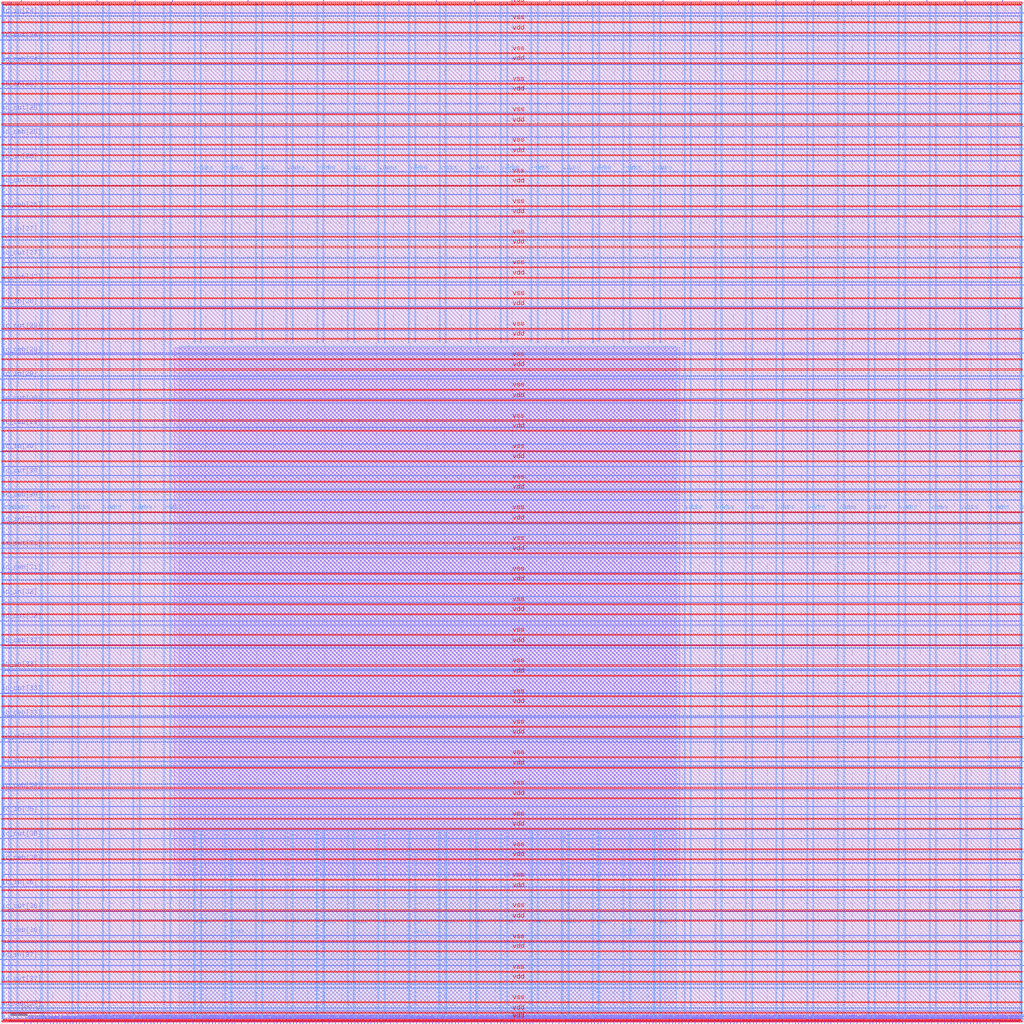
<source format=lef>
VERSION 5.7 ;
  NOWIREEXTENSIONATPIN ON ;
  DIVIDERCHAR "/" ;
  BUSBITCHARS "[]" ;
MACRO user_project_wrapper
  CLASS BLOCK ;
  FOREIGN user_project_wrapper ;
  ORIGIN 0.000 0.000 ;
  SIZE 3000.000 BY 3000.000 ;
  PIN io_in[0]
    DIRECTION INPUT ;
    USE SIGNAL ;
    PORT
      LAYER Metal3 ;
        RECT 2997.600 33.320 3004.800 34.440 ;
    END
  END io_in[0]
  PIN io_in[10]
    DIRECTION INPUT ;
    USE SIGNAL ;
    PORT
      LAYER Metal3 ;
        RECT 2997.600 2032.520 3004.800 2033.640 ;
    END
  END io_in[10]
  PIN io_in[11]
    DIRECTION INPUT ;
    USE SIGNAL ;
    PORT
      LAYER Metal3 ;
        RECT 2997.600 2232.440 3004.800 2233.560 ;
    END
  END io_in[11]
  PIN io_in[12]
    DIRECTION INPUT ;
    USE SIGNAL ;
    PORT
      LAYER Metal3 ;
        RECT 2997.600 2432.360 3004.800 2433.480 ;
    END
  END io_in[12]
  PIN io_in[13]
    DIRECTION INPUT ;
    USE SIGNAL ;
    PORT
      LAYER Metal3 ;
        RECT 2997.600 2632.280 3004.800 2633.400 ;
    END
  END io_in[13]
  PIN io_in[14]
    DIRECTION INPUT ;
    USE SIGNAL ;
    PORT
      LAYER Metal3 ;
        RECT 2997.600 2832.200 3004.800 2833.320 ;
    END
  END io_in[14]
  PIN io_in[15]
    DIRECTION INPUT ;
    USE SIGNAL ;
    PORT
      LAYER Metal2 ;
        RECT 2940.840 2997.600 2941.960 3004.800 ;
    END
  END io_in[15]
  PIN io_in[16]
    DIRECTION INPUT ;
    USE SIGNAL ;
    PORT
      LAYER Metal2 ;
        RECT 2608.200 2997.600 2609.320 3004.800 ;
    END
  END io_in[16]
  PIN io_in[17]
    DIRECTION INPUT ;
    USE SIGNAL ;
    PORT
      LAYER Metal2 ;
        RECT 2275.560 2997.600 2276.680 3004.800 ;
    END
  END io_in[17]
  PIN io_in[18]
    DIRECTION INPUT ;
    USE SIGNAL ;
    PORT
      LAYER Metal2 ;
        RECT 1942.920 2997.600 1944.040 3004.800 ;
    END
  END io_in[18]
  PIN io_in[19]
    DIRECTION INPUT ;
    USE SIGNAL ;
    PORT
      LAYER Metal2 ;
        RECT 1610.280 2997.600 1611.400 3004.800 ;
    END
  END io_in[19]
  PIN io_in[1]
    DIRECTION INPUT ;
    USE SIGNAL ;
    PORT
      LAYER Metal3 ;
        RECT 2997.600 233.240 3004.800 234.360 ;
    END
  END io_in[1]
  PIN io_in[20]
    DIRECTION INPUT ;
    USE SIGNAL ;
    PORT
      LAYER Metal2 ;
        RECT 1277.640 2997.600 1278.760 3004.800 ;
    END
  END io_in[20]
  PIN io_in[21]
    DIRECTION INPUT ;
    USE SIGNAL ;
    PORT
      LAYER Metal2 ;
        RECT 945.000 2997.600 946.120 3004.800 ;
    END
  END io_in[21]
  PIN io_in[22]
    DIRECTION INPUT ;
    USE SIGNAL ;
    PORT
      LAYER Metal2 ;
        RECT 612.360 2997.600 613.480 3004.800 ;
    END
  END io_in[22]
  PIN io_in[23]
    DIRECTION INPUT ;
    USE SIGNAL ;
    PORT
      LAYER Metal2 ;
        RECT 279.720 2997.600 280.840 3004.800 ;
    END
  END io_in[23]
  PIN io_in[24]
    DIRECTION INPUT ;
    USE SIGNAL ;
    PORT
      LAYER Metal3 ;
        RECT -4.800 2957.080 2.400 2958.200 ;
    END
  END io_in[24]
  PIN io_in[25]
    DIRECTION INPUT ;
    USE SIGNAL ;
    PORT
      LAYER Metal3 ;
        RECT -4.800 2743.720 2.400 2744.840 ;
    END
  END io_in[25]
  PIN io_in[26]
    DIRECTION INPUT ;
    USE SIGNAL ;
    PORT
      LAYER Metal3 ;
        RECT -4.800 2530.360 2.400 2531.480 ;
    END
  END io_in[26]
  PIN io_in[27]
    DIRECTION INPUT ;
    USE SIGNAL ;
    PORT
      LAYER Metal3 ;
        RECT -4.800 2317.000 2.400 2318.120 ;
    END
  END io_in[27]
  PIN io_in[28]
    DIRECTION INPUT ;
    USE SIGNAL ;
    PORT
      LAYER Metal3 ;
        RECT -4.800 2103.640 2.400 2104.760 ;
    END
  END io_in[28]
  PIN io_in[29]
    DIRECTION INPUT ;
    USE SIGNAL ;
    PORT
      LAYER Metal3 ;
        RECT -4.800 1890.280 2.400 1891.400 ;
    END
  END io_in[29]
  PIN io_in[2]
    DIRECTION INPUT ;
    USE SIGNAL ;
    PORT
      LAYER Metal3 ;
        RECT 2997.600 433.160 3004.800 434.280 ;
    END
  END io_in[2]
  PIN io_in[30]
    DIRECTION INPUT ;
    USE SIGNAL ;
    PORT
      LAYER Metal3 ;
        RECT -4.800 1676.920 2.400 1678.040 ;
    END
  END io_in[30]
  PIN io_in[31]
    DIRECTION INPUT ;
    USE SIGNAL ;
    PORT
      LAYER Metal3 ;
        RECT -4.800 1463.560 2.400 1464.680 ;
    END
  END io_in[31]
  PIN io_in[32]
    DIRECTION INPUT ;
    USE SIGNAL ;
    PORT
      LAYER Metal3 ;
        RECT -4.800 1250.200 2.400 1251.320 ;
    END
  END io_in[32]
  PIN io_in[33]
    DIRECTION INPUT ;
    USE SIGNAL ;
    PORT
      LAYER Metal3 ;
        RECT -4.800 1036.840 2.400 1037.960 ;
    END
  END io_in[33]
  PIN io_in[34]
    DIRECTION INPUT ;
    USE SIGNAL ;
    PORT
      LAYER Metal3 ;
        RECT -4.800 823.480 2.400 824.600 ;
    END
  END io_in[34]
  PIN io_in[35]
    DIRECTION INPUT ;
    USE SIGNAL ;
    PORT
      LAYER Metal3 ;
        RECT -4.800 610.120 2.400 611.240 ;
    END
  END io_in[35]
  PIN io_in[36]
    DIRECTION INPUT ;
    USE SIGNAL ;
    PORT
      LAYER Metal3 ;
        RECT -4.800 396.760 2.400 397.880 ;
    END
  END io_in[36]
  PIN io_in[37]
    DIRECTION INPUT ;
    USE SIGNAL ;
    PORT
      LAYER Metal3 ;
        RECT -4.800 183.400 2.400 184.520 ;
    END
  END io_in[37]
  PIN io_in[3]
    DIRECTION INPUT ;
    USE SIGNAL ;
    PORT
      LAYER Metal3 ;
        RECT 2997.600 633.080 3004.800 634.200 ;
    END
  END io_in[3]
  PIN io_in[4]
    DIRECTION INPUT ;
    USE SIGNAL ;
    PORT
      LAYER Metal3 ;
        RECT 2997.600 833.000 3004.800 834.120 ;
    END
  END io_in[4]
  PIN io_in[5]
    DIRECTION INPUT ;
    USE SIGNAL ;
    PORT
      LAYER Metal3 ;
        RECT 2997.600 1032.920 3004.800 1034.040 ;
    END
  END io_in[5]
  PIN io_in[6]
    DIRECTION INPUT ;
    USE SIGNAL ;
    PORT
      LAYER Metal3 ;
        RECT 2997.600 1232.840 3004.800 1233.960 ;
    END
  END io_in[6]
  PIN io_in[7]
    DIRECTION INPUT ;
    USE SIGNAL ;
    PORT
      LAYER Metal3 ;
        RECT 2997.600 1432.760 3004.800 1433.880 ;
    END
  END io_in[7]
  PIN io_in[8]
    DIRECTION INPUT ;
    USE SIGNAL ;
    PORT
      LAYER Metal3 ;
        RECT 2997.600 1632.680 3004.800 1633.800 ;
    END
  END io_in[8]
  PIN io_in[9]
    DIRECTION INPUT ;
    USE SIGNAL ;
    PORT
      LAYER Metal3 ;
        RECT 2997.600 1832.600 3004.800 1833.720 ;
    END
  END io_in[9]
  PIN io_oeb[0]
    DIRECTION OUTPUT TRISTATE ;
    USE SIGNAL ;
    PORT
      LAYER Metal3 ;
        RECT 2997.600 166.600 3004.800 167.720 ;
    END
  END io_oeb[0]
  PIN io_oeb[10]
    DIRECTION OUTPUT TRISTATE ;
    USE SIGNAL ;
    PORT
      LAYER Metal3 ;
        RECT 2997.600 2165.800 3004.800 2166.920 ;
    END
  END io_oeb[10]
  PIN io_oeb[11]
    DIRECTION OUTPUT TRISTATE ;
    USE SIGNAL ;
    PORT
      LAYER Metal3 ;
        RECT 2997.600 2365.720 3004.800 2366.840 ;
    END
  END io_oeb[11]
  PIN io_oeb[12]
    DIRECTION OUTPUT TRISTATE ;
    USE SIGNAL ;
    PORT
      LAYER Metal3 ;
        RECT 2997.600 2565.640 3004.800 2566.760 ;
    END
  END io_oeb[12]
  PIN io_oeb[13]
    DIRECTION OUTPUT TRISTATE ;
    USE SIGNAL ;
    PORT
      LAYER Metal3 ;
        RECT 2997.600 2765.560 3004.800 2766.680 ;
    END
  END io_oeb[13]
  PIN io_oeb[14]
    DIRECTION OUTPUT TRISTATE ;
    USE SIGNAL ;
    PORT
      LAYER Metal3 ;
        RECT 2997.600 2965.480 3004.800 2966.600 ;
    END
  END io_oeb[14]
  PIN io_oeb[15]
    DIRECTION OUTPUT TRISTATE ;
    USE SIGNAL ;
    PORT
      LAYER Metal2 ;
        RECT 2719.080 2997.600 2720.200 3004.800 ;
    END
  END io_oeb[15]
  PIN io_oeb[16]
    DIRECTION OUTPUT TRISTATE ;
    USE SIGNAL ;
    PORT
      LAYER Metal2 ;
        RECT 2386.440 2997.600 2387.560 3004.800 ;
    END
  END io_oeb[16]
  PIN io_oeb[17]
    DIRECTION OUTPUT TRISTATE ;
    USE SIGNAL ;
    PORT
      LAYER Metal2 ;
        RECT 2053.800 2997.600 2054.920 3004.800 ;
    END
  END io_oeb[17]
  PIN io_oeb[18]
    DIRECTION OUTPUT TRISTATE ;
    USE SIGNAL ;
    PORT
      LAYER Metal2 ;
        RECT 1721.160 2997.600 1722.280 3004.800 ;
    END
  END io_oeb[18]
  PIN io_oeb[19]
    DIRECTION OUTPUT TRISTATE ;
    USE SIGNAL ;
    PORT
      LAYER Metal2 ;
        RECT 1388.520 2997.600 1389.640 3004.800 ;
    END
  END io_oeb[19]
  PIN io_oeb[1]
    DIRECTION OUTPUT TRISTATE ;
    USE SIGNAL ;
    PORT
      LAYER Metal3 ;
        RECT 2997.600 366.520 3004.800 367.640 ;
    END
  END io_oeb[1]
  PIN io_oeb[20]
    DIRECTION OUTPUT TRISTATE ;
    USE SIGNAL ;
    PORT
      LAYER Metal2 ;
        RECT 1055.880 2997.600 1057.000 3004.800 ;
    END
  END io_oeb[20]
  PIN io_oeb[21]
    DIRECTION OUTPUT TRISTATE ;
    USE SIGNAL ;
    PORT
      LAYER Metal2 ;
        RECT 723.240 2997.600 724.360 3004.800 ;
    END
  END io_oeb[21]
  PIN io_oeb[22]
    DIRECTION OUTPUT TRISTATE ;
    USE SIGNAL ;
    PORT
      LAYER Metal2 ;
        RECT 390.600 2997.600 391.720 3004.800 ;
    END
  END io_oeb[22]
  PIN io_oeb[23]
    DIRECTION OUTPUT TRISTATE ;
    USE SIGNAL ;
    PORT
      LAYER Metal2 ;
        RECT 57.960 2997.600 59.080 3004.800 ;
    END
  END io_oeb[23]
  PIN io_oeb[24]
    DIRECTION OUTPUT TRISTATE ;
    USE SIGNAL ;
    PORT
      LAYER Metal3 ;
        RECT -4.800 2814.840 2.400 2815.960 ;
    END
  END io_oeb[24]
  PIN io_oeb[25]
    DIRECTION OUTPUT TRISTATE ;
    USE SIGNAL ;
    PORT
      LAYER Metal3 ;
        RECT -4.800 2601.480 2.400 2602.600 ;
    END
  END io_oeb[25]
  PIN io_oeb[26]
    DIRECTION OUTPUT TRISTATE ;
    USE SIGNAL ;
    PORT
      LAYER Metal3 ;
        RECT -4.800 2388.120 2.400 2389.240 ;
    END
  END io_oeb[26]
  PIN io_oeb[27]
    DIRECTION OUTPUT TRISTATE ;
    USE SIGNAL ;
    PORT
      LAYER Metal3 ;
        RECT -4.800 2174.760 2.400 2175.880 ;
    END
  END io_oeb[27]
  PIN io_oeb[28]
    DIRECTION OUTPUT TRISTATE ;
    USE SIGNAL ;
    PORT
      LAYER Metal3 ;
        RECT -4.800 1961.400 2.400 1962.520 ;
    END
  END io_oeb[28]
  PIN io_oeb[29]
    DIRECTION OUTPUT TRISTATE ;
    USE SIGNAL ;
    PORT
      LAYER Metal3 ;
        RECT -4.800 1748.040 2.400 1749.160 ;
    END
  END io_oeb[29]
  PIN io_oeb[2]
    DIRECTION OUTPUT TRISTATE ;
    USE SIGNAL ;
    PORT
      LAYER Metal3 ;
        RECT 2997.600 566.440 3004.800 567.560 ;
    END
  END io_oeb[2]
  PIN io_oeb[30]
    DIRECTION OUTPUT TRISTATE ;
    USE SIGNAL ;
    PORT
      LAYER Metal3 ;
        RECT -4.800 1534.680 2.400 1535.800 ;
    END
  END io_oeb[30]
  PIN io_oeb[31]
    DIRECTION OUTPUT TRISTATE ;
    USE SIGNAL ;
    PORT
      LAYER Metal3 ;
        RECT -4.800 1321.320 2.400 1322.440 ;
    END
  END io_oeb[31]
  PIN io_oeb[32]
    DIRECTION OUTPUT TRISTATE ;
    USE SIGNAL ;
    PORT
      LAYER Metal3 ;
        RECT -4.800 1107.960 2.400 1109.080 ;
    END
  END io_oeb[32]
  PIN io_oeb[33]
    DIRECTION OUTPUT TRISTATE ;
    USE SIGNAL ;
    PORT
      LAYER Metal3 ;
        RECT -4.800 894.600 2.400 895.720 ;
    END
  END io_oeb[33]
  PIN io_oeb[34]
    DIRECTION OUTPUT TRISTATE ;
    USE SIGNAL ;
    PORT
      LAYER Metal3 ;
        RECT -4.800 681.240 2.400 682.360 ;
    END
  END io_oeb[34]
  PIN io_oeb[35]
    DIRECTION OUTPUT TRISTATE ;
    USE SIGNAL ;
    PORT
      LAYER Metal3 ;
        RECT -4.800 467.880 2.400 469.000 ;
    END
  END io_oeb[35]
  PIN io_oeb[36]
    DIRECTION OUTPUT TRISTATE ;
    USE SIGNAL ;
    PORT
      LAYER Metal3 ;
        RECT -4.800 254.520 2.400 255.640 ;
    END
  END io_oeb[36]
  PIN io_oeb[37]
    DIRECTION OUTPUT TRISTATE ;
    USE SIGNAL ;
    PORT
      LAYER Metal3 ;
        RECT -4.800 41.160 2.400 42.280 ;
    END
  END io_oeb[37]
  PIN io_oeb[3]
    DIRECTION OUTPUT TRISTATE ;
    USE SIGNAL ;
    PORT
      LAYER Metal3 ;
        RECT 2997.600 766.360 3004.800 767.480 ;
    END
  END io_oeb[3]
  PIN io_oeb[4]
    DIRECTION OUTPUT TRISTATE ;
    USE SIGNAL ;
    PORT
      LAYER Metal3 ;
        RECT 2997.600 966.280 3004.800 967.400 ;
    END
  END io_oeb[4]
  PIN io_oeb[5]
    DIRECTION OUTPUT TRISTATE ;
    USE SIGNAL ;
    PORT
      LAYER Metal3 ;
        RECT 2997.600 1166.200 3004.800 1167.320 ;
    END
  END io_oeb[5]
  PIN io_oeb[6]
    DIRECTION OUTPUT TRISTATE ;
    USE SIGNAL ;
    PORT
      LAYER Metal3 ;
        RECT 2997.600 1366.120 3004.800 1367.240 ;
    END
  END io_oeb[6]
  PIN io_oeb[7]
    DIRECTION OUTPUT TRISTATE ;
    USE SIGNAL ;
    PORT
      LAYER Metal3 ;
        RECT 2997.600 1566.040 3004.800 1567.160 ;
    END
  END io_oeb[7]
  PIN io_oeb[8]
    DIRECTION OUTPUT TRISTATE ;
    USE SIGNAL ;
    PORT
      LAYER Metal3 ;
        RECT 2997.600 1765.960 3004.800 1767.080 ;
    END
  END io_oeb[8]
  PIN io_oeb[9]
    DIRECTION OUTPUT TRISTATE ;
    USE SIGNAL ;
    PORT
      LAYER Metal3 ;
        RECT 2997.600 1965.880 3004.800 1967.000 ;
    END
  END io_oeb[9]
  PIN io_out[0]
    DIRECTION OUTPUT TRISTATE ;
    USE SIGNAL ;
    PORT
      LAYER Metal3 ;
        RECT 2997.600 99.960 3004.800 101.080 ;
    END
  END io_out[0]
  PIN io_out[10]
    DIRECTION OUTPUT TRISTATE ;
    USE SIGNAL ;
    PORT
      LAYER Metal3 ;
        RECT 2997.600 2099.160 3004.800 2100.280 ;
    END
  END io_out[10]
  PIN io_out[11]
    DIRECTION OUTPUT TRISTATE ;
    USE SIGNAL ;
    PORT
      LAYER Metal3 ;
        RECT 2997.600 2299.080 3004.800 2300.200 ;
    END
  END io_out[11]
  PIN io_out[12]
    DIRECTION OUTPUT TRISTATE ;
    USE SIGNAL ;
    PORT
      LAYER Metal3 ;
        RECT 2997.600 2499.000 3004.800 2500.120 ;
    END
  END io_out[12]
  PIN io_out[13]
    DIRECTION OUTPUT TRISTATE ;
    USE SIGNAL ;
    PORT
      LAYER Metal3 ;
        RECT 2997.600 2698.920 3004.800 2700.040 ;
    END
  END io_out[13]
  PIN io_out[14]
    DIRECTION OUTPUT TRISTATE ;
    USE SIGNAL ;
    PORT
      LAYER Metal3 ;
        RECT 2997.600 2898.840 3004.800 2899.960 ;
    END
  END io_out[14]
  PIN io_out[15]
    DIRECTION OUTPUT TRISTATE ;
    USE SIGNAL ;
    PORT
      LAYER Metal2 ;
        RECT 2829.960 2997.600 2831.080 3004.800 ;
    END
  END io_out[15]
  PIN io_out[16]
    DIRECTION OUTPUT TRISTATE ;
    USE SIGNAL ;
    PORT
      LAYER Metal2 ;
        RECT 2497.320 2997.600 2498.440 3004.800 ;
    END
  END io_out[16]
  PIN io_out[17]
    DIRECTION OUTPUT TRISTATE ;
    USE SIGNAL ;
    PORT
      LAYER Metal2 ;
        RECT 2164.680 2997.600 2165.800 3004.800 ;
    END
  END io_out[17]
  PIN io_out[18]
    DIRECTION OUTPUT TRISTATE ;
    USE SIGNAL ;
    PORT
      LAYER Metal2 ;
        RECT 1832.040 2997.600 1833.160 3004.800 ;
    END
  END io_out[18]
  PIN io_out[19]
    DIRECTION OUTPUT TRISTATE ;
    USE SIGNAL ;
    PORT
      LAYER Metal2 ;
        RECT 1499.400 2997.600 1500.520 3004.800 ;
    END
  END io_out[19]
  PIN io_out[1]
    DIRECTION OUTPUT TRISTATE ;
    USE SIGNAL ;
    PORT
      LAYER Metal3 ;
        RECT 2997.600 299.880 3004.800 301.000 ;
    END
  END io_out[1]
  PIN io_out[20]
    DIRECTION OUTPUT TRISTATE ;
    USE SIGNAL ;
    PORT
      LAYER Metal2 ;
        RECT 1166.760 2997.600 1167.880 3004.800 ;
    END
  END io_out[20]
  PIN io_out[21]
    DIRECTION OUTPUT TRISTATE ;
    USE SIGNAL ;
    PORT
      LAYER Metal2 ;
        RECT 834.120 2997.600 835.240 3004.800 ;
    END
  END io_out[21]
  PIN io_out[22]
    DIRECTION OUTPUT TRISTATE ;
    USE SIGNAL ;
    PORT
      LAYER Metal2 ;
        RECT 501.480 2997.600 502.600 3004.800 ;
    END
  END io_out[22]
  PIN io_out[23]
    DIRECTION OUTPUT TRISTATE ;
    USE SIGNAL ;
    PORT
      LAYER Metal2 ;
        RECT 168.840 2997.600 169.960 3004.800 ;
    END
  END io_out[23]
  PIN io_out[24]
    DIRECTION OUTPUT TRISTATE ;
    USE SIGNAL ;
    PORT
      LAYER Metal3 ;
        RECT -4.800 2885.960 2.400 2887.080 ;
    END
  END io_out[24]
  PIN io_out[25]
    DIRECTION OUTPUT TRISTATE ;
    USE SIGNAL ;
    PORT
      LAYER Metal3 ;
        RECT -4.800 2672.600 2.400 2673.720 ;
    END
  END io_out[25]
  PIN io_out[26]
    DIRECTION OUTPUT TRISTATE ;
    USE SIGNAL ;
    PORT
      LAYER Metal3 ;
        RECT -4.800 2459.240 2.400 2460.360 ;
    END
  END io_out[26]
  PIN io_out[27]
    DIRECTION OUTPUT TRISTATE ;
    USE SIGNAL ;
    PORT
      LAYER Metal3 ;
        RECT -4.800 2245.880 2.400 2247.000 ;
    END
  END io_out[27]
  PIN io_out[28]
    DIRECTION OUTPUT TRISTATE ;
    USE SIGNAL ;
    PORT
      LAYER Metal3 ;
        RECT -4.800 2032.520 2.400 2033.640 ;
    END
  END io_out[28]
  PIN io_out[29]
    DIRECTION OUTPUT TRISTATE ;
    USE SIGNAL ;
    PORT
      LAYER Metal3 ;
        RECT -4.800 1819.160 2.400 1820.280 ;
    END
  END io_out[29]
  PIN io_out[2]
    DIRECTION OUTPUT TRISTATE ;
    USE SIGNAL ;
    PORT
      LAYER Metal3 ;
        RECT 2997.600 499.800 3004.800 500.920 ;
    END
  END io_out[2]
  PIN io_out[30]
    DIRECTION OUTPUT TRISTATE ;
    USE SIGNAL ;
    PORT
      LAYER Metal3 ;
        RECT -4.800 1605.800 2.400 1606.920 ;
    END
  END io_out[30]
  PIN io_out[31]
    DIRECTION OUTPUT TRISTATE ;
    USE SIGNAL ;
    PORT
      LAYER Metal3 ;
        RECT -4.800 1392.440 2.400 1393.560 ;
    END
  END io_out[31]
  PIN io_out[32]
    DIRECTION OUTPUT TRISTATE ;
    USE SIGNAL ;
    PORT
      LAYER Metal3 ;
        RECT -4.800 1179.080 2.400 1180.200 ;
    END
  END io_out[32]
  PIN io_out[33]
    DIRECTION OUTPUT TRISTATE ;
    USE SIGNAL ;
    PORT
      LAYER Metal3 ;
        RECT -4.800 965.720 2.400 966.840 ;
    END
  END io_out[33]
  PIN io_out[34]
    DIRECTION OUTPUT TRISTATE ;
    USE SIGNAL ;
    PORT
      LAYER Metal3 ;
        RECT -4.800 752.360 2.400 753.480 ;
    END
  END io_out[34]
  PIN io_out[35]
    DIRECTION OUTPUT TRISTATE ;
    USE SIGNAL ;
    PORT
      LAYER Metal3 ;
        RECT -4.800 539.000 2.400 540.120 ;
    END
  END io_out[35]
  PIN io_out[36]
    DIRECTION OUTPUT TRISTATE ;
    USE SIGNAL ;
    PORT
      LAYER Metal3 ;
        RECT -4.800 325.640 2.400 326.760 ;
    END
  END io_out[36]
  PIN io_out[37]
    DIRECTION OUTPUT TRISTATE ;
    USE SIGNAL ;
    PORT
      LAYER Metal3 ;
        RECT -4.800 112.280 2.400 113.400 ;
    END
  END io_out[37]
  PIN io_out[3]
    DIRECTION OUTPUT TRISTATE ;
    USE SIGNAL ;
    PORT
      LAYER Metal3 ;
        RECT 2997.600 699.720 3004.800 700.840 ;
    END
  END io_out[3]
  PIN io_out[4]
    DIRECTION OUTPUT TRISTATE ;
    USE SIGNAL ;
    PORT
      LAYER Metal3 ;
        RECT 2997.600 899.640 3004.800 900.760 ;
    END
  END io_out[4]
  PIN io_out[5]
    DIRECTION OUTPUT TRISTATE ;
    USE SIGNAL ;
    PORT
      LAYER Metal3 ;
        RECT 2997.600 1099.560 3004.800 1100.680 ;
    END
  END io_out[5]
  PIN io_out[6]
    DIRECTION OUTPUT TRISTATE ;
    USE SIGNAL ;
    PORT
      LAYER Metal3 ;
        RECT 2997.600 1299.480 3004.800 1300.600 ;
    END
  END io_out[6]
  PIN io_out[7]
    DIRECTION OUTPUT TRISTATE ;
    USE SIGNAL ;
    PORT
      LAYER Metal3 ;
        RECT 2997.600 1499.400 3004.800 1500.520 ;
    END
  END io_out[7]
  PIN io_out[8]
    DIRECTION OUTPUT TRISTATE ;
    USE SIGNAL ;
    PORT
      LAYER Metal3 ;
        RECT 2997.600 1699.320 3004.800 1700.440 ;
    END
  END io_out[8]
  PIN io_out[9]
    DIRECTION OUTPUT TRISTATE ;
    USE SIGNAL ;
    PORT
      LAYER Metal3 ;
        RECT 2997.600 1899.240 3004.800 1900.360 ;
    END
  END io_out[9]
  PIN la_data_in[0]
    DIRECTION INPUT ;
    USE SIGNAL ;
    PORT
      LAYER Metal2 ;
        RECT 1075.480 -4.800 1076.600 2.400 ;
    END
  END la_data_in[0]
  PIN la_data_in[10]
    DIRECTION INPUT ;
    USE SIGNAL ;
    PORT
      LAYER Metal2 ;
        RECT 1361.080 -4.800 1362.200 2.400 ;
    END
  END la_data_in[10]
  PIN la_data_in[11]
    DIRECTION INPUT ;
    USE SIGNAL ;
    PORT
      LAYER Metal2 ;
        RECT 1389.640 -4.800 1390.760 2.400 ;
    END
  END la_data_in[11]
  PIN la_data_in[12]
    DIRECTION INPUT ;
    USE SIGNAL ;
    PORT
      LAYER Metal2 ;
        RECT 1418.200 -4.800 1419.320 2.400 ;
    END
  END la_data_in[12]
  PIN la_data_in[13]
    DIRECTION INPUT ;
    USE SIGNAL ;
    PORT
      LAYER Metal2 ;
        RECT 1446.760 -4.800 1447.880 2.400 ;
    END
  END la_data_in[13]
  PIN la_data_in[14]
    DIRECTION INPUT ;
    USE SIGNAL ;
    PORT
      LAYER Metal2 ;
        RECT 1475.320 -4.800 1476.440 2.400 ;
    END
  END la_data_in[14]
  PIN la_data_in[15]
    DIRECTION INPUT ;
    USE SIGNAL ;
    PORT
      LAYER Metal2 ;
        RECT 1503.880 -4.800 1505.000 2.400 ;
    END
  END la_data_in[15]
  PIN la_data_in[16]
    DIRECTION INPUT ;
    USE SIGNAL ;
    PORT
      LAYER Metal2 ;
        RECT 1532.440 -4.800 1533.560 2.400 ;
    END
  END la_data_in[16]
  PIN la_data_in[17]
    DIRECTION INPUT ;
    USE SIGNAL ;
    PORT
      LAYER Metal2 ;
        RECT 1561.000 -4.800 1562.120 2.400 ;
    END
  END la_data_in[17]
  PIN la_data_in[18]
    DIRECTION INPUT ;
    USE SIGNAL ;
    PORT
      LAYER Metal2 ;
        RECT 1589.560 -4.800 1590.680 2.400 ;
    END
  END la_data_in[18]
  PIN la_data_in[19]
    DIRECTION INPUT ;
    USE SIGNAL ;
    PORT
      LAYER Metal2 ;
        RECT 1618.120 -4.800 1619.240 2.400 ;
    END
  END la_data_in[19]
  PIN la_data_in[1]
    DIRECTION INPUT ;
    USE SIGNAL ;
    PORT
      LAYER Metal2 ;
        RECT 1104.040 -4.800 1105.160 2.400 ;
    END
  END la_data_in[1]
  PIN la_data_in[20]
    DIRECTION INPUT ;
    USE SIGNAL ;
    PORT
      LAYER Metal2 ;
        RECT 1646.680 -4.800 1647.800 2.400 ;
    END
  END la_data_in[20]
  PIN la_data_in[21]
    DIRECTION INPUT ;
    USE SIGNAL ;
    PORT
      LAYER Metal2 ;
        RECT 1675.240 -4.800 1676.360 2.400 ;
    END
  END la_data_in[21]
  PIN la_data_in[22]
    DIRECTION INPUT ;
    USE SIGNAL ;
    PORT
      LAYER Metal2 ;
        RECT 1703.800 -4.800 1704.920 2.400 ;
    END
  END la_data_in[22]
  PIN la_data_in[23]
    DIRECTION INPUT ;
    USE SIGNAL ;
    PORT
      LAYER Metal2 ;
        RECT 1732.360 -4.800 1733.480 2.400 ;
    END
  END la_data_in[23]
  PIN la_data_in[24]
    DIRECTION INPUT ;
    USE SIGNAL ;
    PORT
      LAYER Metal2 ;
        RECT 1760.920 -4.800 1762.040 2.400 ;
    END
  END la_data_in[24]
  PIN la_data_in[25]
    DIRECTION INPUT ;
    USE SIGNAL ;
    PORT
      LAYER Metal2 ;
        RECT 1789.480 -4.800 1790.600 2.400 ;
    END
  END la_data_in[25]
  PIN la_data_in[26]
    DIRECTION INPUT ;
    USE SIGNAL ;
    PORT
      LAYER Metal2 ;
        RECT 1818.040 -4.800 1819.160 2.400 ;
    END
  END la_data_in[26]
  PIN la_data_in[27]
    DIRECTION INPUT ;
    USE SIGNAL ;
    PORT
      LAYER Metal2 ;
        RECT 1846.600 -4.800 1847.720 2.400 ;
    END
  END la_data_in[27]
  PIN la_data_in[28]
    DIRECTION INPUT ;
    USE SIGNAL ;
    PORT
      LAYER Metal2 ;
        RECT 1875.160 -4.800 1876.280 2.400 ;
    END
  END la_data_in[28]
  PIN la_data_in[29]
    DIRECTION INPUT ;
    USE SIGNAL ;
    PORT
      LAYER Metal2 ;
        RECT 1903.720 -4.800 1904.840 2.400 ;
    END
  END la_data_in[29]
  PIN la_data_in[2]
    DIRECTION INPUT ;
    USE SIGNAL ;
    PORT
      LAYER Metal2 ;
        RECT 1132.600 -4.800 1133.720 2.400 ;
    END
  END la_data_in[2]
  PIN la_data_in[30]
    DIRECTION INPUT ;
    USE SIGNAL ;
    PORT
      LAYER Metal2 ;
        RECT 1932.280 -4.800 1933.400 2.400 ;
    END
  END la_data_in[30]
  PIN la_data_in[31]
    DIRECTION INPUT ;
    USE SIGNAL ;
    PORT
      LAYER Metal2 ;
        RECT 1960.840 -4.800 1961.960 2.400 ;
    END
  END la_data_in[31]
  PIN la_data_in[32]
    DIRECTION INPUT ;
    USE SIGNAL ;
    PORT
      LAYER Metal2 ;
        RECT 1989.400 -4.800 1990.520 2.400 ;
    END
  END la_data_in[32]
  PIN la_data_in[33]
    DIRECTION INPUT ;
    USE SIGNAL ;
    PORT
      LAYER Metal2 ;
        RECT 2017.960 -4.800 2019.080 2.400 ;
    END
  END la_data_in[33]
  PIN la_data_in[34]
    DIRECTION INPUT ;
    USE SIGNAL ;
    PORT
      LAYER Metal2 ;
        RECT 2046.520 -4.800 2047.640 2.400 ;
    END
  END la_data_in[34]
  PIN la_data_in[35]
    DIRECTION INPUT ;
    USE SIGNAL ;
    PORT
      LAYER Metal2 ;
        RECT 2075.080 -4.800 2076.200 2.400 ;
    END
  END la_data_in[35]
  PIN la_data_in[36]
    DIRECTION INPUT ;
    USE SIGNAL ;
    PORT
      LAYER Metal2 ;
        RECT 2103.640 -4.800 2104.760 2.400 ;
    END
  END la_data_in[36]
  PIN la_data_in[37]
    DIRECTION INPUT ;
    USE SIGNAL ;
    PORT
      LAYER Metal2 ;
        RECT 2132.200 -4.800 2133.320 2.400 ;
    END
  END la_data_in[37]
  PIN la_data_in[38]
    DIRECTION INPUT ;
    USE SIGNAL ;
    PORT
      LAYER Metal2 ;
        RECT 2160.760 -4.800 2161.880 2.400 ;
    END
  END la_data_in[38]
  PIN la_data_in[39]
    DIRECTION INPUT ;
    USE SIGNAL ;
    PORT
      LAYER Metal2 ;
        RECT 2189.320 -4.800 2190.440 2.400 ;
    END
  END la_data_in[39]
  PIN la_data_in[3]
    DIRECTION INPUT ;
    USE SIGNAL ;
    PORT
      LAYER Metal2 ;
        RECT 1161.160 -4.800 1162.280 2.400 ;
    END
  END la_data_in[3]
  PIN la_data_in[40]
    DIRECTION INPUT ;
    USE SIGNAL ;
    PORT
      LAYER Metal2 ;
        RECT 2217.880 -4.800 2219.000 2.400 ;
    END
  END la_data_in[40]
  PIN la_data_in[41]
    DIRECTION INPUT ;
    USE SIGNAL ;
    PORT
      LAYER Metal2 ;
        RECT 2246.440 -4.800 2247.560 2.400 ;
    END
  END la_data_in[41]
  PIN la_data_in[42]
    DIRECTION INPUT ;
    USE SIGNAL ;
    PORT
      LAYER Metal2 ;
        RECT 2275.000 -4.800 2276.120 2.400 ;
    END
  END la_data_in[42]
  PIN la_data_in[43]
    DIRECTION INPUT ;
    USE SIGNAL ;
    PORT
      LAYER Metal2 ;
        RECT 2303.560 -4.800 2304.680 2.400 ;
    END
  END la_data_in[43]
  PIN la_data_in[44]
    DIRECTION INPUT ;
    USE SIGNAL ;
    PORT
      LAYER Metal2 ;
        RECT 2332.120 -4.800 2333.240 2.400 ;
    END
  END la_data_in[44]
  PIN la_data_in[45]
    DIRECTION INPUT ;
    USE SIGNAL ;
    PORT
      LAYER Metal2 ;
        RECT 2360.680 -4.800 2361.800 2.400 ;
    END
  END la_data_in[45]
  PIN la_data_in[46]
    DIRECTION INPUT ;
    USE SIGNAL ;
    PORT
      LAYER Metal2 ;
        RECT 2389.240 -4.800 2390.360 2.400 ;
    END
  END la_data_in[46]
  PIN la_data_in[47]
    DIRECTION INPUT ;
    USE SIGNAL ;
    PORT
      LAYER Metal2 ;
        RECT 2417.800 -4.800 2418.920 2.400 ;
    END
  END la_data_in[47]
  PIN la_data_in[48]
    DIRECTION INPUT ;
    USE SIGNAL ;
    PORT
      LAYER Metal2 ;
        RECT 2446.360 -4.800 2447.480 2.400 ;
    END
  END la_data_in[48]
  PIN la_data_in[49]
    DIRECTION INPUT ;
    USE SIGNAL ;
    PORT
      LAYER Metal2 ;
        RECT 2474.920 -4.800 2476.040 2.400 ;
    END
  END la_data_in[49]
  PIN la_data_in[4]
    DIRECTION INPUT ;
    USE SIGNAL ;
    PORT
      LAYER Metal2 ;
        RECT 1189.720 -4.800 1190.840 2.400 ;
    END
  END la_data_in[4]
  PIN la_data_in[50]
    DIRECTION INPUT ;
    USE SIGNAL ;
    PORT
      LAYER Metal2 ;
        RECT 2503.480 -4.800 2504.600 2.400 ;
    END
  END la_data_in[50]
  PIN la_data_in[51]
    DIRECTION INPUT ;
    USE SIGNAL ;
    PORT
      LAYER Metal2 ;
        RECT 2532.040 -4.800 2533.160 2.400 ;
    END
  END la_data_in[51]
  PIN la_data_in[52]
    DIRECTION INPUT ;
    USE SIGNAL ;
    PORT
      LAYER Metal2 ;
        RECT 2560.600 -4.800 2561.720 2.400 ;
    END
  END la_data_in[52]
  PIN la_data_in[53]
    DIRECTION INPUT ;
    USE SIGNAL ;
    PORT
      LAYER Metal2 ;
        RECT 2589.160 -4.800 2590.280 2.400 ;
    END
  END la_data_in[53]
  PIN la_data_in[54]
    DIRECTION INPUT ;
    USE SIGNAL ;
    PORT
      LAYER Metal2 ;
        RECT 2617.720 -4.800 2618.840 2.400 ;
    END
  END la_data_in[54]
  PIN la_data_in[55]
    DIRECTION INPUT ;
    USE SIGNAL ;
    PORT
      LAYER Metal2 ;
        RECT 2646.280 -4.800 2647.400 2.400 ;
    END
  END la_data_in[55]
  PIN la_data_in[56]
    DIRECTION INPUT ;
    USE SIGNAL ;
    PORT
      LAYER Metal2 ;
        RECT 2674.840 -4.800 2675.960 2.400 ;
    END
  END la_data_in[56]
  PIN la_data_in[57]
    DIRECTION INPUT ;
    USE SIGNAL ;
    PORT
      LAYER Metal2 ;
        RECT 2703.400 -4.800 2704.520 2.400 ;
    END
  END la_data_in[57]
  PIN la_data_in[58]
    DIRECTION INPUT ;
    USE SIGNAL ;
    PORT
      LAYER Metal2 ;
        RECT 2731.960 -4.800 2733.080 2.400 ;
    END
  END la_data_in[58]
  PIN la_data_in[59]
    DIRECTION INPUT ;
    USE SIGNAL ;
    PORT
      LAYER Metal2 ;
        RECT 2760.520 -4.800 2761.640 2.400 ;
    END
  END la_data_in[59]
  PIN la_data_in[5]
    DIRECTION INPUT ;
    USE SIGNAL ;
    PORT
      LAYER Metal2 ;
        RECT 1218.280 -4.800 1219.400 2.400 ;
    END
  END la_data_in[5]
  PIN la_data_in[60]
    DIRECTION INPUT ;
    USE SIGNAL ;
    PORT
      LAYER Metal2 ;
        RECT 2789.080 -4.800 2790.200 2.400 ;
    END
  END la_data_in[60]
  PIN la_data_in[61]
    DIRECTION INPUT ;
    USE SIGNAL ;
    PORT
      LAYER Metal2 ;
        RECT 2817.640 -4.800 2818.760 2.400 ;
    END
  END la_data_in[61]
  PIN la_data_in[62]
    DIRECTION INPUT ;
    USE SIGNAL ;
    PORT
      LAYER Metal2 ;
        RECT 2846.200 -4.800 2847.320 2.400 ;
    END
  END la_data_in[62]
  PIN la_data_in[63]
    DIRECTION INPUT ;
    USE SIGNAL ;
    PORT
      LAYER Metal2 ;
        RECT 2874.760 -4.800 2875.880 2.400 ;
    END
  END la_data_in[63]
  PIN la_data_in[6]
    DIRECTION INPUT ;
    USE SIGNAL ;
    PORT
      LAYER Metal2 ;
        RECT 1246.840 -4.800 1247.960 2.400 ;
    END
  END la_data_in[6]
  PIN la_data_in[7]
    DIRECTION INPUT ;
    USE SIGNAL ;
    PORT
      LAYER Metal2 ;
        RECT 1275.400 -4.800 1276.520 2.400 ;
    END
  END la_data_in[7]
  PIN la_data_in[8]
    DIRECTION INPUT ;
    USE SIGNAL ;
    PORT
      LAYER Metal2 ;
        RECT 1303.960 -4.800 1305.080 2.400 ;
    END
  END la_data_in[8]
  PIN la_data_in[9]
    DIRECTION INPUT ;
    USE SIGNAL ;
    PORT
      LAYER Metal2 ;
        RECT 1332.520 -4.800 1333.640 2.400 ;
    END
  END la_data_in[9]
  PIN la_data_out[0]
    DIRECTION OUTPUT TRISTATE ;
    USE SIGNAL ;
    PORT
      LAYER Metal2 ;
        RECT 1085.000 -4.800 1086.120 2.400 ;
    END
  END la_data_out[0]
  PIN la_data_out[10]
    DIRECTION OUTPUT TRISTATE ;
    USE SIGNAL ;
    PORT
      LAYER Metal2 ;
        RECT 1370.600 -4.800 1371.720 2.400 ;
    END
  END la_data_out[10]
  PIN la_data_out[11]
    DIRECTION OUTPUT TRISTATE ;
    USE SIGNAL ;
    PORT
      LAYER Metal2 ;
        RECT 1399.160 -4.800 1400.280 2.400 ;
    END
  END la_data_out[11]
  PIN la_data_out[12]
    DIRECTION OUTPUT TRISTATE ;
    USE SIGNAL ;
    PORT
      LAYER Metal2 ;
        RECT 1427.720 -4.800 1428.840 2.400 ;
    END
  END la_data_out[12]
  PIN la_data_out[13]
    DIRECTION OUTPUT TRISTATE ;
    USE SIGNAL ;
    PORT
      LAYER Metal2 ;
        RECT 1456.280 -4.800 1457.400 2.400 ;
    END
  END la_data_out[13]
  PIN la_data_out[14]
    DIRECTION OUTPUT TRISTATE ;
    USE SIGNAL ;
    PORT
      LAYER Metal2 ;
        RECT 1484.840 -4.800 1485.960 2.400 ;
    END
  END la_data_out[14]
  PIN la_data_out[15]
    DIRECTION OUTPUT TRISTATE ;
    USE SIGNAL ;
    PORT
      LAYER Metal2 ;
        RECT 1513.400 -4.800 1514.520 2.400 ;
    END
  END la_data_out[15]
  PIN la_data_out[16]
    DIRECTION OUTPUT TRISTATE ;
    USE SIGNAL ;
    PORT
      LAYER Metal2 ;
        RECT 1541.960 -4.800 1543.080 2.400 ;
    END
  END la_data_out[16]
  PIN la_data_out[17]
    DIRECTION OUTPUT TRISTATE ;
    USE SIGNAL ;
    PORT
      LAYER Metal2 ;
        RECT 1570.520 -4.800 1571.640 2.400 ;
    END
  END la_data_out[17]
  PIN la_data_out[18]
    DIRECTION OUTPUT TRISTATE ;
    USE SIGNAL ;
    PORT
      LAYER Metal2 ;
        RECT 1599.080 -4.800 1600.200 2.400 ;
    END
  END la_data_out[18]
  PIN la_data_out[19]
    DIRECTION OUTPUT TRISTATE ;
    USE SIGNAL ;
    PORT
      LAYER Metal2 ;
        RECT 1627.640 -4.800 1628.760 2.400 ;
    END
  END la_data_out[19]
  PIN la_data_out[1]
    DIRECTION OUTPUT TRISTATE ;
    USE SIGNAL ;
    PORT
      LAYER Metal2 ;
        RECT 1113.560 -4.800 1114.680 2.400 ;
    END
  END la_data_out[1]
  PIN la_data_out[20]
    DIRECTION OUTPUT TRISTATE ;
    USE SIGNAL ;
    PORT
      LAYER Metal2 ;
        RECT 1656.200 -4.800 1657.320 2.400 ;
    END
  END la_data_out[20]
  PIN la_data_out[21]
    DIRECTION OUTPUT TRISTATE ;
    USE SIGNAL ;
    PORT
      LAYER Metal2 ;
        RECT 1684.760 -4.800 1685.880 2.400 ;
    END
  END la_data_out[21]
  PIN la_data_out[22]
    DIRECTION OUTPUT TRISTATE ;
    USE SIGNAL ;
    PORT
      LAYER Metal2 ;
        RECT 1713.320 -4.800 1714.440 2.400 ;
    END
  END la_data_out[22]
  PIN la_data_out[23]
    DIRECTION OUTPUT TRISTATE ;
    USE SIGNAL ;
    PORT
      LAYER Metal2 ;
        RECT 1741.880 -4.800 1743.000 2.400 ;
    END
  END la_data_out[23]
  PIN la_data_out[24]
    DIRECTION OUTPUT TRISTATE ;
    USE SIGNAL ;
    PORT
      LAYER Metal2 ;
        RECT 1770.440 -4.800 1771.560 2.400 ;
    END
  END la_data_out[24]
  PIN la_data_out[25]
    DIRECTION OUTPUT TRISTATE ;
    USE SIGNAL ;
    PORT
      LAYER Metal2 ;
        RECT 1799.000 -4.800 1800.120 2.400 ;
    END
  END la_data_out[25]
  PIN la_data_out[26]
    DIRECTION OUTPUT TRISTATE ;
    USE SIGNAL ;
    PORT
      LAYER Metal2 ;
        RECT 1827.560 -4.800 1828.680 2.400 ;
    END
  END la_data_out[26]
  PIN la_data_out[27]
    DIRECTION OUTPUT TRISTATE ;
    USE SIGNAL ;
    PORT
      LAYER Metal2 ;
        RECT 1856.120 -4.800 1857.240 2.400 ;
    END
  END la_data_out[27]
  PIN la_data_out[28]
    DIRECTION OUTPUT TRISTATE ;
    USE SIGNAL ;
    PORT
      LAYER Metal2 ;
        RECT 1884.680 -4.800 1885.800 2.400 ;
    END
  END la_data_out[28]
  PIN la_data_out[29]
    DIRECTION OUTPUT TRISTATE ;
    USE SIGNAL ;
    PORT
      LAYER Metal2 ;
        RECT 1913.240 -4.800 1914.360 2.400 ;
    END
  END la_data_out[29]
  PIN la_data_out[2]
    DIRECTION OUTPUT TRISTATE ;
    USE SIGNAL ;
    PORT
      LAYER Metal2 ;
        RECT 1142.120 -4.800 1143.240 2.400 ;
    END
  END la_data_out[2]
  PIN la_data_out[30]
    DIRECTION OUTPUT TRISTATE ;
    USE SIGNAL ;
    PORT
      LAYER Metal2 ;
        RECT 1941.800 -4.800 1942.920 2.400 ;
    END
  END la_data_out[30]
  PIN la_data_out[31]
    DIRECTION OUTPUT TRISTATE ;
    USE SIGNAL ;
    PORT
      LAYER Metal2 ;
        RECT 1970.360 -4.800 1971.480 2.400 ;
    END
  END la_data_out[31]
  PIN la_data_out[32]
    DIRECTION OUTPUT TRISTATE ;
    USE SIGNAL ;
    PORT
      LAYER Metal2 ;
        RECT 1998.920 -4.800 2000.040 2.400 ;
    END
  END la_data_out[32]
  PIN la_data_out[33]
    DIRECTION OUTPUT TRISTATE ;
    USE SIGNAL ;
    PORT
      LAYER Metal2 ;
        RECT 2027.480 -4.800 2028.600 2.400 ;
    END
  END la_data_out[33]
  PIN la_data_out[34]
    DIRECTION OUTPUT TRISTATE ;
    USE SIGNAL ;
    PORT
      LAYER Metal2 ;
        RECT 2056.040 -4.800 2057.160 2.400 ;
    END
  END la_data_out[34]
  PIN la_data_out[35]
    DIRECTION OUTPUT TRISTATE ;
    USE SIGNAL ;
    PORT
      LAYER Metal2 ;
        RECT 2084.600 -4.800 2085.720 2.400 ;
    END
  END la_data_out[35]
  PIN la_data_out[36]
    DIRECTION OUTPUT TRISTATE ;
    USE SIGNAL ;
    PORT
      LAYER Metal2 ;
        RECT 2113.160 -4.800 2114.280 2.400 ;
    END
  END la_data_out[36]
  PIN la_data_out[37]
    DIRECTION OUTPUT TRISTATE ;
    USE SIGNAL ;
    PORT
      LAYER Metal2 ;
        RECT 2141.720 -4.800 2142.840 2.400 ;
    END
  END la_data_out[37]
  PIN la_data_out[38]
    DIRECTION OUTPUT TRISTATE ;
    USE SIGNAL ;
    PORT
      LAYER Metal2 ;
        RECT 2170.280 -4.800 2171.400 2.400 ;
    END
  END la_data_out[38]
  PIN la_data_out[39]
    DIRECTION OUTPUT TRISTATE ;
    USE SIGNAL ;
    PORT
      LAYER Metal2 ;
        RECT 2198.840 -4.800 2199.960 2.400 ;
    END
  END la_data_out[39]
  PIN la_data_out[3]
    DIRECTION OUTPUT TRISTATE ;
    USE SIGNAL ;
    PORT
      LAYER Metal2 ;
        RECT 1170.680 -4.800 1171.800 2.400 ;
    END
  END la_data_out[3]
  PIN la_data_out[40]
    DIRECTION OUTPUT TRISTATE ;
    USE SIGNAL ;
    PORT
      LAYER Metal2 ;
        RECT 2227.400 -4.800 2228.520 2.400 ;
    END
  END la_data_out[40]
  PIN la_data_out[41]
    DIRECTION OUTPUT TRISTATE ;
    USE SIGNAL ;
    PORT
      LAYER Metal2 ;
        RECT 2255.960 -4.800 2257.080 2.400 ;
    END
  END la_data_out[41]
  PIN la_data_out[42]
    DIRECTION OUTPUT TRISTATE ;
    USE SIGNAL ;
    PORT
      LAYER Metal2 ;
        RECT 2284.520 -4.800 2285.640 2.400 ;
    END
  END la_data_out[42]
  PIN la_data_out[43]
    DIRECTION OUTPUT TRISTATE ;
    USE SIGNAL ;
    PORT
      LAYER Metal2 ;
        RECT 2313.080 -4.800 2314.200 2.400 ;
    END
  END la_data_out[43]
  PIN la_data_out[44]
    DIRECTION OUTPUT TRISTATE ;
    USE SIGNAL ;
    PORT
      LAYER Metal2 ;
        RECT 2341.640 -4.800 2342.760 2.400 ;
    END
  END la_data_out[44]
  PIN la_data_out[45]
    DIRECTION OUTPUT TRISTATE ;
    USE SIGNAL ;
    PORT
      LAYER Metal2 ;
        RECT 2370.200 -4.800 2371.320 2.400 ;
    END
  END la_data_out[45]
  PIN la_data_out[46]
    DIRECTION OUTPUT TRISTATE ;
    USE SIGNAL ;
    PORT
      LAYER Metal2 ;
        RECT 2398.760 -4.800 2399.880 2.400 ;
    END
  END la_data_out[46]
  PIN la_data_out[47]
    DIRECTION OUTPUT TRISTATE ;
    USE SIGNAL ;
    PORT
      LAYER Metal2 ;
        RECT 2427.320 -4.800 2428.440 2.400 ;
    END
  END la_data_out[47]
  PIN la_data_out[48]
    DIRECTION OUTPUT TRISTATE ;
    USE SIGNAL ;
    PORT
      LAYER Metal2 ;
        RECT 2455.880 -4.800 2457.000 2.400 ;
    END
  END la_data_out[48]
  PIN la_data_out[49]
    DIRECTION OUTPUT TRISTATE ;
    USE SIGNAL ;
    PORT
      LAYER Metal2 ;
        RECT 2484.440 -4.800 2485.560 2.400 ;
    END
  END la_data_out[49]
  PIN la_data_out[4]
    DIRECTION OUTPUT TRISTATE ;
    USE SIGNAL ;
    PORT
      LAYER Metal2 ;
        RECT 1199.240 -4.800 1200.360 2.400 ;
    END
  END la_data_out[4]
  PIN la_data_out[50]
    DIRECTION OUTPUT TRISTATE ;
    USE SIGNAL ;
    PORT
      LAYER Metal2 ;
        RECT 2513.000 -4.800 2514.120 2.400 ;
    END
  END la_data_out[50]
  PIN la_data_out[51]
    DIRECTION OUTPUT TRISTATE ;
    USE SIGNAL ;
    PORT
      LAYER Metal2 ;
        RECT 2541.560 -4.800 2542.680 2.400 ;
    END
  END la_data_out[51]
  PIN la_data_out[52]
    DIRECTION OUTPUT TRISTATE ;
    USE SIGNAL ;
    PORT
      LAYER Metal2 ;
        RECT 2570.120 -4.800 2571.240 2.400 ;
    END
  END la_data_out[52]
  PIN la_data_out[53]
    DIRECTION OUTPUT TRISTATE ;
    USE SIGNAL ;
    PORT
      LAYER Metal2 ;
        RECT 2598.680 -4.800 2599.800 2.400 ;
    END
  END la_data_out[53]
  PIN la_data_out[54]
    DIRECTION OUTPUT TRISTATE ;
    USE SIGNAL ;
    PORT
      LAYER Metal2 ;
        RECT 2627.240 -4.800 2628.360 2.400 ;
    END
  END la_data_out[54]
  PIN la_data_out[55]
    DIRECTION OUTPUT TRISTATE ;
    USE SIGNAL ;
    PORT
      LAYER Metal2 ;
        RECT 2655.800 -4.800 2656.920 2.400 ;
    END
  END la_data_out[55]
  PIN la_data_out[56]
    DIRECTION OUTPUT TRISTATE ;
    USE SIGNAL ;
    PORT
      LAYER Metal2 ;
        RECT 2684.360 -4.800 2685.480 2.400 ;
    END
  END la_data_out[56]
  PIN la_data_out[57]
    DIRECTION OUTPUT TRISTATE ;
    USE SIGNAL ;
    PORT
      LAYER Metal2 ;
        RECT 2712.920 -4.800 2714.040 2.400 ;
    END
  END la_data_out[57]
  PIN la_data_out[58]
    DIRECTION OUTPUT TRISTATE ;
    USE SIGNAL ;
    PORT
      LAYER Metal2 ;
        RECT 2741.480 -4.800 2742.600 2.400 ;
    END
  END la_data_out[58]
  PIN la_data_out[59]
    DIRECTION OUTPUT TRISTATE ;
    USE SIGNAL ;
    PORT
      LAYER Metal2 ;
        RECT 2770.040 -4.800 2771.160 2.400 ;
    END
  END la_data_out[59]
  PIN la_data_out[5]
    DIRECTION OUTPUT TRISTATE ;
    USE SIGNAL ;
    PORT
      LAYER Metal2 ;
        RECT 1227.800 -4.800 1228.920 2.400 ;
    END
  END la_data_out[5]
  PIN la_data_out[60]
    DIRECTION OUTPUT TRISTATE ;
    USE SIGNAL ;
    PORT
      LAYER Metal2 ;
        RECT 2798.600 -4.800 2799.720 2.400 ;
    END
  END la_data_out[60]
  PIN la_data_out[61]
    DIRECTION OUTPUT TRISTATE ;
    USE SIGNAL ;
    PORT
      LAYER Metal2 ;
        RECT 2827.160 -4.800 2828.280 2.400 ;
    END
  END la_data_out[61]
  PIN la_data_out[62]
    DIRECTION OUTPUT TRISTATE ;
    USE SIGNAL ;
    PORT
      LAYER Metal2 ;
        RECT 2855.720 -4.800 2856.840 2.400 ;
    END
  END la_data_out[62]
  PIN la_data_out[63]
    DIRECTION OUTPUT TRISTATE ;
    USE SIGNAL ;
    PORT
      LAYER Metal2 ;
        RECT 2884.280 -4.800 2885.400 2.400 ;
    END
  END la_data_out[63]
  PIN la_data_out[6]
    DIRECTION OUTPUT TRISTATE ;
    USE SIGNAL ;
    PORT
      LAYER Metal2 ;
        RECT 1256.360 -4.800 1257.480 2.400 ;
    END
  END la_data_out[6]
  PIN la_data_out[7]
    DIRECTION OUTPUT TRISTATE ;
    USE SIGNAL ;
    PORT
      LAYER Metal2 ;
        RECT 1284.920 -4.800 1286.040 2.400 ;
    END
  END la_data_out[7]
  PIN la_data_out[8]
    DIRECTION OUTPUT TRISTATE ;
    USE SIGNAL ;
    PORT
      LAYER Metal2 ;
        RECT 1313.480 -4.800 1314.600 2.400 ;
    END
  END la_data_out[8]
  PIN la_data_out[9]
    DIRECTION OUTPUT TRISTATE ;
    USE SIGNAL ;
    PORT
      LAYER Metal2 ;
        RECT 1342.040 -4.800 1343.160 2.400 ;
    END
  END la_data_out[9]
  PIN la_oenb[0]
    DIRECTION INPUT ;
    USE SIGNAL ;
    PORT
      LAYER Metal2 ;
        RECT 1094.520 -4.800 1095.640 2.400 ;
    END
  END la_oenb[0]
  PIN la_oenb[10]
    DIRECTION INPUT ;
    USE SIGNAL ;
    PORT
      LAYER Metal2 ;
        RECT 1380.120 -4.800 1381.240 2.400 ;
    END
  END la_oenb[10]
  PIN la_oenb[11]
    DIRECTION INPUT ;
    USE SIGNAL ;
    PORT
      LAYER Metal2 ;
        RECT 1408.680 -4.800 1409.800 2.400 ;
    END
  END la_oenb[11]
  PIN la_oenb[12]
    DIRECTION INPUT ;
    USE SIGNAL ;
    PORT
      LAYER Metal2 ;
        RECT 1437.240 -4.800 1438.360 2.400 ;
    END
  END la_oenb[12]
  PIN la_oenb[13]
    DIRECTION INPUT ;
    USE SIGNAL ;
    PORT
      LAYER Metal2 ;
        RECT 1465.800 -4.800 1466.920 2.400 ;
    END
  END la_oenb[13]
  PIN la_oenb[14]
    DIRECTION INPUT ;
    USE SIGNAL ;
    PORT
      LAYER Metal2 ;
        RECT 1494.360 -4.800 1495.480 2.400 ;
    END
  END la_oenb[14]
  PIN la_oenb[15]
    DIRECTION INPUT ;
    USE SIGNAL ;
    PORT
      LAYER Metal2 ;
        RECT 1522.920 -4.800 1524.040 2.400 ;
    END
  END la_oenb[15]
  PIN la_oenb[16]
    DIRECTION INPUT ;
    USE SIGNAL ;
    PORT
      LAYER Metal2 ;
        RECT 1551.480 -4.800 1552.600 2.400 ;
    END
  END la_oenb[16]
  PIN la_oenb[17]
    DIRECTION INPUT ;
    USE SIGNAL ;
    PORT
      LAYER Metal2 ;
        RECT 1580.040 -4.800 1581.160 2.400 ;
    END
  END la_oenb[17]
  PIN la_oenb[18]
    DIRECTION INPUT ;
    USE SIGNAL ;
    PORT
      LAYER Metal2 ;
        RECT 1608.600 -4.800 1609.720 2.400 ;
    END
  END la_oenb[18]
  PIN la_oenb[19]
    DIRECTION INPUT ;
    USE SIGNAL ;
    PORT
      LAYER Metal2 ;
        RECT 1637.160 -4.800 1638.280 2.400 ;
    END
  END la_oenb[19]
  PIN la_oenb[1]
    DIRECTION INPUT ;
    USE SIGNAL ;
    PORT
      LAYER Metal2 ;
        RECT 1123.080 -4.800 1124.200 2.400 ;
    END
  END la_oenb[1]
  PIN la_oenb[20]
    DIRECTION INPUT ;
    USE SIGNAL ;
    PORT
      LAYER Metal2 ;
        RECT 1665.720 -4.800 1666.840 2.400 ;
    END
  END la_oenb[20]
  PIN la_oenb[21]
    DIRECTION INPUT ;
    USE SIGNAL ;
    PORT
      LAYER Metal2 ;
        RECT 1694.280 -4.800 1695.400 2.400 ;
    END
  END la_oenb[21]
  PIN la_oenb[22]
    DIRECTION INPUT ;
    USE SIGNAL ;
    PORT
      LAYER Metal2 ;
        RECT 1722.840 -4.800 1723.960 2.400 ;
    END
  END la_oenb[22]
  PIN la_oenb[23]
    DIRECTION INPUT ;
    USE SIGNAL ;
    PORT
      LAYER Metal2 ;
        RECT 1751.400 -4.800 1752.520 2.400 ;
    END
  END la_oenb[23]
  PIN la_oenb[24]
    DIRECTION INPUT ;
    USE SIGNAL ;
    PORT
      LAYER Metal2 ;
        RECT 1779.960 -4.800 1781.080 2.400 ;
    END
  END la_oenb[24]
  PIN la_oenb[25]
    DIRECTION INPUT ;
    USE SIGNAL ;
    PORT
      LAYER Metal2 ;
        RECT 1808.520 -4.800 1809.640 2.400 ;
    END
  END la_oenb[25]
  PIN la_oenb[26]
    DIRECTION INPUT ;
    USE SIGNAL ;
    PORT
      LAYER Metal2 ;
        RECT 1837.080 -4.800 1838.200 2.400 ;
    END
  END la_oenb[26]
  PIN la_oenb[27]
    DIRECTION INPUT ;
    USE SIGNAL ;
    PORT
      LAYER Metal2 ;
        RECT 1865.640 -4.800 1866.760 2.400 ;
    END
  END la_oenb[27]
  PIN la_oenb[28]
    DIRECTION INPUT ;
    USE SIGNAL ;
    PORT
      LAYER Metal2 ;
        RECT 1894.200 -4.800 1895.320 2.400 ;
    END
  END la_oenb[28]
  PIN la_oenb[29]
    DIRECTION INPUT ;
    USE SIGNAL ;
    PORT
      LAYER Metal2 ;
        RECT 1922.760 -4.800 1923.880 2.400 ;
    END
  END la_oenb[29]
  PIN la_oenb[2]
    DIRECTION INPUT ;
    USE SIGNAL ;
    PORT
      LAYER Metal2 ;
        RECT 1151.640 -4.800 1152.760 2.400 ;
    END
  END la_oenb[2]
  PIN la_oenb[30]
    DIRECTION INPUT ;
    USE SIGNAL ;
    PORT
      LAYER Metal2 ;
        RECT 1951.320 -4.800 1952.440 2.400 ;
    END
  END la_oenb[30]
  PIN la_oenb[31]
    DIRECTION INPUT ;
    USE SIGNAL ;
    PORT
      LAYER Metal2 ;
        RECT 1979.880 -4.800 1981.000 2.400 ;
    END
  END la_oenb[31]
  PIN la_oenb[32]
    DIRECTION INPUT ;
    USE SIGNAL ;
    PORT
      LAYER Metal2 ;
        RECT 2008.440 -4.800 2009.560 2.400 ;
    END
  END la_oenb[32]
  PIN la_oenb[33]
    DIRECTION INPUT ;
    USE SIGNAL ;
    PORT
      LAYER Metal2 ;
        RECT 2037.000 -4.800 2038.120 2.400 ;
    END
  END la_oenb[33]
  PIN la_oenb[34]
    DIRECTION INPUT ;
    USE SIGNAL ;
    PORT
      LAYER Metal2 ;
        RECT 2065.560 -4.800 2066.680 2.400 ;
    END
  END la_oenb[34]
  PIN la_oenb[35]
    DIRECTION INPUT ;
    USE SIGNAL ;
    PORT
      LAYER Metal2 ;
        RECT 2094.120 -4.800 2095.240 2.400 ;
    END
  END la_oenb[35]
  PIN la_oenb[36]
    DIRECTION INPUT ;
    USE SIGNAL ;
    PORT
      LAYER Metal2 ;
        RECT 2122.680 -4.800 2123.800 2.400 ;
    END
  END la_oenb[36]
  PIN la_oenb[37]
    DIRECTION INPUT ;
    USE SIGNAL ;
    PORT
      LAYER Metal2 ;
        RECT 2151.240 -4.800 2152.360 2.400 ;
    END
  END la_oenb[37]
  PIN la_oenb[38]
    DIRECTION INPUT ;
    USE SIGNAL ;
    PORT
      LAYER Metal2 ;
        RECT 2179.800 -4.800 2180.920 2.400 ;
    END
  END la_oenb[38]
  PIN la_oenb[39]
    DIRECTION INPUT ;
    USE SIGNAL ;
    PORT
      LAYER Metal2 ;
        RECT 2208.360 -4.800 2209.480 2.400 ;
    END
  END la_oenb[39]
  PIN la_oenb[3]
    DIRECTION INPUT ;
    USE SIGNAL ;
    PORT
      LAYER Metal2 ;
        RECT 1180.200 -4.800 1181.320 2.400 ;
    END
  END la_oenb[3]
  PIN la_oenb[40]
    DIRECTION INPUT ;
    USE SIGNAL ;
    PORT
      LAYER Metal2 ;
        RECT 2236.920 -4.800 2238.040 2.400 ;
    END
  END la_oenb[40]
  PIN la_oenb[41]
    DIRECTION INPUT ;
    USE SIGNAL ;
    PORT
      LAYER Metal2 ;
        RECT 2265.480 -4.800 2266.600 2.400 ;
    END
  END la_oenb[41]
  PIN la_oenb[42]
    DIRECTION INPUT ;
    USE SIGNAL ;
    PORT
      LAYER Metal2 ;
        RECT 2294.040 -4.800 2295.160 2.400 ;
    END
  END la_oenb[42]
  PIN la_oenb[43]
    DIRECTION INPUT ;
    USE SIGNAL ;
    PORT
      LAYER Metal2 ;
        RECT 2322.600 -4.800 2323.720 2.400 ;
    END
  END la_oenb[43]
  PIN la_oenb[44]
    DIRECTION INPUT ;
    USE SIGNAL ;
    PORT
      LAYER Metal2 ;
        RECT 2351.160 -4.800 2352.280 2.400 ;
    END
  END la_oenb[44]
  PIN la_oenb[45]
    DIRECTION INPUT ;
    USE SIGNAL ;
    PORT
      LAYER Metal2 ;
        RECT 2379.720 -4.800 2380.840 2.400 ;
    END
  END la_oenb[45]
  PIN la_oenb[46]
    DIRECTION INPUT ;
    USE SIGNAL ;
    PORT
      LAYER Metal2 ;
        RECT 2408.280 -4.800 2409.400 2.400 ;
    END
  END la_oenb[46]
  PIN la_oenb[47]
    DIRECTION INPUT ;
    USE SIGNAL ;
    PORT
      LAYER Metal2 ;
        RECT 2436.840 -4.800 2437.960 2.400 ;
    END
  END la_oenb[47]
  PIN la_oenb[48]
    DIRECTION INPUT ;
    USE SIGNAL ;
    PORT
      LAYER Metal2 ;
        RECT 2465.400 -4.800 2466.520 2.400 ;
    END
  END la_oenb[48]
  PIN la_oenb[49]
    DIRECTION INPUT ;
    USE SIGNAL ;
    PORT
      LAYER Metal2 ;
        RECT 2493.960 -4.800 2495.080 2.400 ;
    END
  END la_oenb[49]
  PIN la_oenb[4]
    DIRECTION INPUT ;
    USE SIGNAL ;
    PORT
      LAYER Metal2 ;
        RECT 1208.760 -4.800 1209.880 2.400 ;
    END
  END la_oenb[4]
  PIN la_oenb[50]
    DIRECTION INPUT ;
    USE SIGNAL ;
    PORT
      LAYER Metal2 ;
        RECT 2522.520 -4.800 2523.640 2.400 ;
    END
  END la_oenb[50]
  PIN la_oenb[51]
    DIRECTION INPUT ;
    USE SIGNAL ;
    PORT
      LAYER Metal2 ;
        RECT 2551.080 -4.800 2552.200 2.400 ;
    END
  END la_oenb[51]
  PIN la_oenb[52]
    DIRECTION INPUT ;
    USE SIGNAL ;
    PORT
      LAYER Metal2 ;
        RECT 2579.640 -4.800 2580.760 2.400 ;
    END
  END la_oenb[52]
  PIN la_oenb[53]
    DIRECTION INPUT ;
    USE SIGNAL ;
    PORT
      LAYER Metal2 ;
        RECT 2608.200 -4.800 2609.320 2.400 ;
    END
  END la_oenb[53]
  PIN la_oenb[54]
    DIRECTION INPUT ;
    USE SIGNAL ;
    PORT
      LAYER Metal2 ;
        RECT 2636.760 -4.800 2637.880 2.400 ;
    END
  END la_oenb[54]
  PIN la_oenb[55]
    DIRECTION INPUT ;
    USE SIGNAL ;
    PORT
      LAYER Metal2 ;
        RECT 2665.320 -4.800 2666.440 2.400 ;
    END
  END la_oenb[55]
  PIN la_oenb[56]
    DIRECTION INPUT ;
    USE SIGNAL ;
    PORT
      LAYER Metal2 ;
        RECT 2693.880 -4.800 2695.000 2.400 ;
    END
  END la_oenb[56]
  PIN la_oenb[57]
    DIRECTION INPUT ;
    USE SIGNAL ;
    PORT
      LAYER Metal2 ;
        RECT 2722.440 -4.800 2723.560 2.400 ;
    END
  END la_oenb[57]
  PIN la_oenb[58]
    DIRECTION INPUT ;
    USE SIGNAL ;
    PORT
      LAYER Metal2 ;
        RECT 2751.000 -4.800 2752.120 2.400 ;
    END
  END la_oenb[58]
  PIN la_oenb[59]
    DIRECTION INPUT ;
    USE SIGNAL ;
    PORT
      LAYER Metal2 ;
        RECT 2779.560 -4.800 2780.680 2.400 ;
    END
  END la_oenb[59]
  PIN la_oenb[5]
    DIRECTION INPUT ;
    USE SIGNAL ;
    PORT
      LAYER Metal2 ;
        RECT 1237.320 -4.800 1238.440 2.400 ;
    END
  END la_oenb[5]
  PIN la_oenb[60]
    DIRECTION INPUT ;
    USE SIGNAL ;
    PORT
      LAYER Metal2 ;
        RECT 2808.120 -4.800 2809.240 2.400 ;
    END
  END la_oenb[60]
  PIN la_oenb[61]
    DIRECTION INPUT ;
    USE SIGNAL ;
    PORT
      LAYER Metal2 ;
        RECT 2836.680 -4.800 2837.800 2.400 ;
    END
  END la_oenb[61]
  PIN la_oenb[62]
    DIRECTION INPUT ;
    USE SIGNAL ;
    PORT
      LAYER Metal2 ;
        RECT 2865.240 -4.800 2866.360 2.400 ;
    END
  END la_oenb[62]
  PIN la_oenb[63]
    DIRECTION INPUT ;
    USE SIGNAL ;
    PORT
      LAYER Metal2 ;
        RECT 2893.800 -4.800 2894.920 2.400 ;
    END
  END la_oenb[63]
  PIN la_oenb[6]
    DIRECTION INPUT ;
    USE SIGNAL ;
    PORT
      LAYER Metal2 ;
        RECT 1265.880 -4.800 1267.000 2.400 ;
    END
  END la_oenb[6]
  PIN la_oenb[7]
    DIRECTION INPUT ;
    USE SIGNAL ;
    PORT
      LAYER Metal2 ;
        RECT 1294.440 -4.800 1295.560 2.400 ;
    END
  END la_oenb[7]
  PIN la_oenb[8]
    DIRECTION INPUT ;
    USE SIGNAL ;
    PORT
      LAYER Metal2 ;
        RECT 1323.000 -4.800 1324.120 2.400 ;
    END
  END la_oenb[8]
  PIN la_oenb[9]
    DIRECTION INPUT ;
    USE SIGNAL ;
    PORT
      LAYER Metal2 ;
        RECT 1351.560 -4.800 1352.680 2.400 ;
    END
  END la_oenb[9]
  PIN user_clock2
    DIRECTION INPUT ;
    USE SIGNAL ;
    PORT
      LAYER Metal2 ;
        RECT 2903.320 -4.800 2904.440 2.400 ;
    END
  END user_clock2
  PIN user_irq[0]
    DIRECTION OUTPUT TRISTATE ;
    USE SIGNAL ;
    PORT
      LAYER Metal2 ;
        RECT 2912.840 -4.800 2913.960 2.400 ;
    END
  END user_irq[0]
  PIN user_irq[1]
    DIRECTION OUTPUT TRISTATE ;
    USE SIGNAL ;
    PORT
      LAYER Metal2 ;
        RECT 2922.360 -4.800 2923.480 2.400 ;
    END
  END user_irq[1]
  PIN user_irq[2]
    DIRECTION OUTPUT TRISTATE ;
    USE SIGNAL ;
    PORT
      LAYER Metal2 ;
        RECT 2931.880 -4.800 2933.000 2.400 ;
    END
  END user_irq[2]
  PIN vdd
    DIRECTION INOUT ;
    USE POWER ;
    PORT
      LAYER Metal4 ;
        RECT 4.740 6.420 7.840 2992.380 ;
    END
    PORT
      LAYER Metal5 ;
        RECT 4.740 6.420 2995.180 9.520 ;
    END
    PORT
      LAYER Metal5 ;
        RECT 4.740 2989.280 2995.180 2992.380 ;
    END
    PORT
      LAYER Metal4 ;
        RECT 2992.080 6.420 2995.180 2992.380 ;
    END
    PORT
      LAYER Metal4 ;
        RECT 25.290 1.620 28.390 2997.180 ;
    END
    PORT
      LAYER Metal4 ;
        RECT 115.290 1.620 118.390 2997.180 ;
    END
    PORT
      LAYER Metal4 ;
        RECT 205.290 1.620 208.390 2997.180 ;
    END
    PORT
      LAYER Metal4 ;
        RECT 295.290 1.620 298.390 2997.180 ;
    END
    PORT
      LAYER Metal4 ;
        RECT 385.290 1.620 388.390 2997.180 ;
    END
    PORT
      LAYER Metal4 ;
        RECT 475.290 1.620 478.390 2997.180 ;
    END
    PORT
      LAYER Metal4 ;
        RECT 565.290 1.620 568.390 563.170 ;
    END
    PORT
      LAYER Metal4 ;
        RECT 565.290 1997.550 568.390 2997.180 ;
    END
    PORT
      LAYER Metal4 ;
        RECT 655.290 1.620 658.390 563.170 ;
    END
    PORT
      LAYER Metal4 ;
        RECT 655.290 1997.550 658.390 2997.180 ;
    END
    PORT
      LAYER Metal4 ;
        RECT 745.290 1.620 748.390 563.170 ;
    END
    PORT
      LAYER Metal4 ;
        RECT 745.290 1997.550 748.390 2997.180 ;
    END
    PORT
      LAYER Metal4 ;
        RECT 835.290 1.620 838.390 563.170 ;
    END
    PORT
      LAYER Metal4 ;
        RECT 835.290 1997.550 838.390 2997.180 ;
    END
    PORT
      LAYER Metal4 ;
        RECT 925.290 1.620 928.390 563.170 ;
    END
    PORT
      LAYER Metal4 ;
        RECT 925.290 1997.550 928.390 2997.180 ;
    END
    PORT
      LAYER Metal4 ;
        RECT 1015.290 1.620 1018.390 563.170 ;
    END
    PORT
      LAYER Metal4 ;
        RECT 1015.290 1997.550 1018.390 2997.180 ;
    END
    PORT
      LAYER Metal4 ;
        RECT 1105.290 1.620 1108.390 563.170 ;
    END
    PORT
      LAYER Metal4 ;
        RECT 1105.290 1997.550 1108.390 2997.180 ;
    END
    PORT
      LAYER Metal4 ;
        RECT 1195.290 1.620 1198.390 563.170 ;
    END
    PORT
      LAYER Metal4 ;
        RECT 1195.290 1997.550 1198.390 2997.180 ;
    END
    PORT
      LAYER Metal4 ;
        RECT 1285.290 1.620 1288.390 563.170 ;
    END
    PORT
      LAYER Metal4 ;
        RECT 1285.290 1997.550 1288.390 2997.180 ;
    END
    PORT
      LAYER Metal4 ;
        RECT 1375.290 1.620 1378.390 563.170 ;
    END
    PORT
      LAYER Metal4 ;
        RECT 1375.290 1997.550 1378.390 2997.180 ;
    END
    PORT
      LAYER Metal4 ;
        RECT 1465.290 1.620 1468.390 563.170 ;
    END
    PORT
      LAYER Metal4 ;
        RECT 1465.290 1997.550 1468.390 2997.180 ;
    END
    PORT
      LAYER Metal4 ;
        RECT 1555.290 1.620 1558.390 563.170 ;
    END
    PORT
      LAYER Metal4 ;
        RECT 1555.290 1997.550 1558.390 2997.180 ;
    END
    PORT
      LAYER Metal4 ;
        RECT 1645.290 1.620 1648.390 563.170 ;
    END
    PORT
      LAYER Metal4 ;
        RECT 1645.290 1997.550 1648.390 2997.180 ;
    END
    PORT
      LAYER Metal4 ;
        RECT 1735.290 1.620 1738.390 563.170 ;
    END
    PORT
      LAYER Metal4 ;
        RECT 1735.290 1997.550 1738.390 2997.180 ;
    END
    PORT
      LAYER Metal4 ;
        RECT 1825.290 1.620 1828.390 505.100 ;
    END
    PORT
      LAYER Metal4 ;
        RECT 1825.290 1997.550 1828.390 2997.180 ;
    END
    PORT
      LAYER Metal4 ;
        RECT 1915.290 1.620 1918.390 563.170 ;
    END
    PORT
      LAYER Metal4 ;
        RECT 1915.290 1997.550 1918.390 2997.180 ;
    END
    PORT
      LAYER Metal4 ;
        RECT 2005.290 1.620 2008.390 2997.180 ;
    END
    PORT
      LAYER Metal4 ;
        RECT 2095.290 1.620 2098.390 2997.180 ;
    END
    PORT
      LAYER Metal4 ;
        RECT 2185.290 1.620 2188.390 2997.180 ;
    END
    PORT
      LAYER Metal4 ;
        RECT 2275.290 1.620 2278.390 2997.180 ;
    END
    PORT
      LAYER Metal4 ;
        RECT 2365.290 1.620 2368.390 2997.180 ;
    END
    PORT
      LAYER Metal4 ;
        RECT 2455.290 1.620 2458.390 2997.180 ;
    END
    PORT
      LAYER Metal4 ;
        RECT 2545.290 1.620 2548.390 2997.180 ;
    END
    PORT
      LAYER Metal4 ;
        RECT 2635.290 1.620 2638.390 2997.180 ;
    END
    PORT
      LAYER Metal4 ;
        RECT 2725.290 1.620 2728.390 2997.180 ;
    END
    PORT
      LAYER Metal4 ;
        RECT 2815.290 1.620 2818.390 2997.180 ;
    END
    PORT
      LAYER Metal4 ;
        RECT 2905.290 1.620 2908.390 2997.180 ;
    END
    PORT
      LAYER Metal5 ;
        RECT -0.060 26.970 2999.980 30.070 ;
    END
    PORT
      LAYER Metal5 ;
        RECT -0.060 116.970 2999.980 120.070 ;
    END
    PORT
      LAYER Metal5 ;
        RECT -0.060 206.970 2999.980 210.070 ;
    END
    PORT
      LAYER Metal5 ;
        RECT -0.060 296.970 2999.980 300.070 ;
    END
    PORT
      LAYER Metal5 ;
        RECT -0.060 386.970 2999.980 390.070 ;
    END
    PORT
      LAYER Metal5 ;
        RECT -0.060 476.970 2999.980 480.070 ;
    END
    PORT
      LAYER Metal5 ;
        RECT -0.060 566.970 2999.980 570.070 ;
    END
    PORT
      LAYER Metal5 ;
        RECT -0.060 656.970 2999.980 660.070 ;
    END
    PORT
      LAYER Metal5 ;
        RECT -0.060 746.970 2999.980 750.070 ;
    END
    PORT
      LAYER Metal5 ;
        RECT -0.060 836.970 2999.980 840.070 ;
    END
    PORT
      LAYER Metal5 ;
        RECT -0.060 926.970 2999.980 930.070 ;
    END
    PORT
      LAYER Metal5 ;
        RECT -0.060 1016.970 2999.980 1020.070 ;
    END
    PORT
      LAYER Metal5 ;
        RECT -0.060 1106.970 2999.980 1110.070 ;
    END
    PORT
      LAYER Metal5 ;
        RECT -0.060 1196.970 2999.980 1200.070 ;
    END
    PORT
      LAYER Metal5 ;
        RECT -0.060 1286.970 2999.980 1290.070 ;
    END
    PORT
      LAYER Metal5 ;
        RECT -0.060 1376.970 2999.980 1380.070 ;
    END
    PORT
      LAYER Metal5 ;
        RECT -0.060 1466.970 2999.980 1470.070 ;
    END
    PORT
      LAYER Metal5 ;
        RECT -0.060 1556.970 2999.980 1560.070 ;
    END
    PORT
      LAYER Metal5 ;
        RECT -0.060 1646.970 2999.980 1650.070 ;
    END
    PORT
      LAYER Metal5 ;
        RECT -0.060 1736.970 2999.980 1740.070 ;
    END
    PORT
      LAYER Metal5 ;
        RECT -0.060 1826.970 2999.980 1830.070 ;
    END
    PORT
      LAYER Metal5 ;
        RECT -0.060 1916.970 2999.980 1920.070 ;
    END
    PORT
      LAYER Metal5 ;
        RECT -0.060 2006.970 2999.980 2010.070 ;
    END
    PORT
      LAYER Metal5 ;
        RECT -0.060 2096.970 2999.980 2100.070 ;
    END
    PORT
      LAYER Metal5 ;
        RECT -0.060 2186.970 2999.980 2190.070 ;
    END
    PORT
      LAYER Metal5 ;
        RECT -0.060 2276.970 2999.980 2280.070 ;
    END
    PORT
      LAYER Metal5 ;
        RECT -0.060 2366.970 2999.980 2370.070 ;
    END
    PORT
      LAYER Metal5 ;
        RECT -0.060 2456.970 2999.980 2460.070 ;
    END
    PORT
      LAYER Metal5 ;
        RECT -0.060 2546.970 2999.980 2550.070 ;
    END
    PORT
      LAYER Metal5 ;
        RECT -0.060 2636.970 2999.980 2640.070 ;
    END
    PORT
      LAYER Metal5 ;
        RECT -0.060 2726.970 2999.980 2730.070 ;
    END
    PORT
      LAYER Metal5 ;
        RECT -0.060 2816.970 2999.980 2820.070 ;
    END
    PORT
      LAYER Metal5 ;
        RECT -0.060 2906.970 2999.980 2910.070 ;
    END
  END vdd
  PIN vss
    DIRECTION INOUT ;
    USE GROUND ;
    PORT
      LAYER Metal4 ;
        RECT -0.060 1.620 3.040 2997.180 ;
    END
    PORT
      LAYER Metal5 ;
        RECT -0.060 1.620 2999.980 4.720 ;
    END
    PORT
      LAYER Metal5 ;
        RECT -0.060 2994.080 2999.980 2997.180 ;
    END
    PORT
      LAYER Metal4 ;
        RECT 2996.880 1.620 2999.980 2997.180 ;
    END
    PORT
      LAYER Metal4 ;
        RECT 43.890 1.620 46.990 2997.180 ;
    END
    PORT
      LAYER Metal4 ;
        RECT 133.890 1.620 136.990 2997.180 ;
    END
    PORT
      LAYER Metal4 ;
        RECT 223.890 1.620 226.990 2997.180 ;
    END
    PORT
      LAYER Metal4 ;
        RECT 313.890 1.620 316.990 2997.180 ;
    END
    PORT
      LAYER Metal4 ;
        RECT 403.890 1.620 406.990 2997.180 ;
    END
    PORT
      LAYER Metal4 ;
        RECT 493.890 1.620 496.990 2997.180 ;
    END
    PORT
      LAYER Metal4 ;
        RECT 583.890 1.620 586.990 563.170 ;
    END
    PORT
      LAYER Metal4 ;
        RECT 583.890 1997.550 586.990 2997.180 ;
    END
    PORT
      LAYER Metal4 ;
        RECT 673.890 1.620 676.990 505.100 ;
    END
    PORT
      LAYER Metal4 ;
        RECT 673.890 1997.550 676.990 2997.180 ;
    END
    PORT
      LAYER Metal4 ;
        RECT 763.890 1.620 766.990 563.170 ;
    END
    PORT
      LAYER Metal4 ;
        RECT 763.890 1997.550 766.990 2997.180 ;
    END
    PORT
      LAYER Metal4 ;
        RECT 853.890 1.620 856.990 563.170 ;
    END
    PORT
      LAYER Metal4 ;
        RECT 853.890 1997.550 856.990 2997.180 ;
    END
    PORT
      LAYER Metal4 ;
        RECT 943.890 1.620 946.990 563.170 ;
    END
    PORT
      LAYER Metal4 ;
        RECT 943.890 1997.550 946.990 2997.180 ;
    END
    PORT
      LAYER Metal4 ;
        RECT 1033.890 1.620 1036.990 563.170 ;
    END
    PORT
      LAYER Metal4 ;
        RECT 1033.890 1997.550 1036.990 2997.180 ;
    END
    PORT
      LAYER Metal4 ;
        RECT 1123.890 1.620 1126.990 563.170 ;
    END
    PORT
      LAYER Metal4 ;
        RECT 1123.890 1997.550 1126.990 2997.180 ;
    END
    PORT
      LAYER Metal4 ;
        RECT 1213.890 1.620 1216.990 505.100 ;
    END
    PORT
      LAYER Metal4 ;
        RECT 1213.890 1997.550 1216.990 2997.180 ;
    END
    PORT
      LAYER Metal4 ;
        RECT 1303.890 1.620 1306.990 563.170 ;
    END
    PORT
      LAYER Metal4 ;
        RECT 1303.890 1997.550 1306.990 2997.180 ;
    END
    PORT
      LAYER Metal4 ;
        RECT 1393.890 1.620 1396.990 563.170 ;
    END
    PORT
      LAYER Metal4 ;
        RECT 1393.890 1997.550 1396.990 2997.180 ;
    END
    PORT
      LAYER Metal4 ;
        RECT 1483.890 1.620 1486.990 563.170 ;
    END
    PORT
      LAYER Metal4 ;
        RECT 1483.890 1997.550 1486.990 2997.180 ;
    END
    PORT
      LAYER Metal4 ;
        RECT 1573.890 1.620 1576.990 563.170 ;
    END
    PORT
      LAYER Metal4 ;
        RECT 1573.890 1997.550 1576.990 2997.180 ;
    END
    PORT
      LAYER Metal4 ;
        RECT 1663.890 1.620 1666.990 563.170 ;
    END
    PORT
      LAYER Metal4 ;
        RECT 1663.890 1997.550 1666.990 2997.180 ;
    END
    PORT
      LAYER Metal4 ;
        RECT 1753.890 1.620 1756.990 563.170 ;
    END
    PORT
      LAYER Metal4 ;
        RECT 1753.890 1997.550 1756.990 2997.180 ;
    END
    PORT
      LAYER Metal4 ;
        RECT 1843.890 1.620 1846.990 563.170 ;
    END
    PORT
      LAYER Metal4 ;
        RECT 1843.890 1997.550 1846.990 2997.180 ;
    END
    PORT
      LAYER Metal4 ;
        RECT 1933.890 1.620 1936.990 563.170 ;
    END
    PORT
      LAYER Metal4 ;
        RECT 1933.890 1997.550 1936.990 2997.180 ;
    END
    PORT
      LAYER Metal4 ;
        RECT 2023.890 1.620 2026.990 2997.180 ;
    END
    PORT
      LAYER Metal4 ;
        RECT 2113.890 1.620 2116.990 2997.180 ;
    END
    PORT
      LAYER Metal4 ;
        RECT 2203.890 1.620 2206.990 2997.180 ;
    END
    PORT
      LAYER Metal4 ;
        RECT 2293.890 1.620 2296.990 2997.180 ;
    END
    PORT
      LAYER Metal4 ;
        RECT 2383.890 1.620 2386.990 2997.180 ;
    END
    PORT
      LAYER Metal4 ;
        RECT 2473.890 1.620 2476.990 2997.180 ;
    END
    PORT
      LAYER Metal4 ;
        RECT 2563.890 1.620 2566.990 2997.180 ;
    END
    PORT
      LAYER Metal4 ;
        RECT 2653.890 1.620 2656.990 2997.180 ;
    END
    PORT
      LAYER Metal4 ;
        RECT 2743.890 1.620 2746.990 2997.180 ;
    END
    PORT
      LAYER Metal4 ;
        RECT 2833.890 1.620 2836.990 2997.180 ;
    END
    PORT
      LAYER Metal4 ;
        RECT 2923.890 1.620 2926.990 2997.180 ;
    END
    PORT
      LAYER Metal5 ;
        RECT -0.060 56.970 2999.980 60.070 ;
    END
    PORT
      LAYER Metal5 ;
        RECT -0.060 146.970 2999.980 150.070 ;
    END
    PORT
      LAYER Metal5 ;
        RECT -0.060 236.970 2999.980 240.070 ;
    END
    PORT
      LAYER Metal5 ;
        RECT -0.060 326.970 2999.980 330.070 ;
    END
    PORT
      LAYER Metal5 ;
        RECT -0.060 416.970 2999.980 420.070 ;
    END
    PORT
      LAYER Metal5 ;
        RECT -0.060 506.970 2999.980 510.070 ;
    END
    PORT
      LAYER Metal5 ;
        RECT -0.060 596.970 2999.980 600.070 ;
    END
    PORT
      LAYER Metal5 ;
        RECT -0.060 686.970 2999.980 690.070 ;
    END
    PORT
      LAYER Metal5 ;
        RECT -0.060 776.970 2999.980 780.070 ;
    END
    PORT
      LAYER Metal5 ;
        RECT -0.060 866.970 2999.980 870.070 ;
    END
    PORT
      LAYER Metal5 ;
        RECT -0.060 956.970 2999.980 960.070 ;
    END
    PORT
      LAYER Metal5 ;
        RECT -0.060 1046.970 2999.980 1050.070 ;
    END
    PORT
      LAYER Metal5 ;
        RECT -0.060 1136.970 2999.980 1140.070 ;
    END
    PORT
      LAYER Metal5 ;
        RECT -0.060 1226.970 2999.980 1230.070 ;
    END
    PORT
      LAYER Metal5 ;
        RECT -0.060 1316.970 2999.980 1320.070 ;
    END
    PORT
      LAYER Metal5 ;
        RECT -0.060 1406.970 2999.980 1410.070 ;
    END
    PORT
      LAYER Metal5 ;
        RECT -0.060 1496.970 2999.980 1500.070 ;
    END
    PORT
      LAYER Metal5 ;
        RECT -0.060 1586.970 2999.980 1590.070 ;
    END
    PORT
      LAYER Metal5 ;
        RECT -0.060 1676.970 2999.980 1680.070 ;
    END
    PORT
      LAYER Metal5 ;
        RECT -0.060 1766.970 2999.980 1770.070 ;
    END
    PORT
      LAYER Metal5 ;
        RECT -0.060 1856.970 2999.980 1860.070 ;
    END
    PORT
      LAYER Metal5 ;
        RECT -0.060 1946.970 2999.980 1950.070 ;
    END
    PORT
      LAYER Metal5 ;
        RECT -0.060 2036.970 2999.980 2040.070 ;
    END
    PORT
      LAYER Metal5 ;
        RECT -0.060 2126.970 2999.980 2130.070 ;
    END
    PORT
      LAYER Metal5 ;
        RECT -0.060 2216.970 2999.980 2220.070 ;
    END
    PORT
      LAYER Metal5 ;
        RECT -0.060 2306.970 2999.980 2310.070 ;
    END
    PORT
      LAYER Metal5 ;
        RECT -0.060 2396.970 2999.980 2400.070 ;
    END
    PORT
      LAYER Metal5 ;
        RECT -0.060 2486.970 2999.980 2490.070 ;
    END
    PORT
      LAYER Metal5 ;
        RECT -0.060 2576.970 2999.980 2580.070 ;
    END
    PORT
      LAYER Metal5 ;
        RECT -0.060 2666.970 2999.980 2670.070 ;
    END
    PORT
      LAYER Metal5 ;
        RECT -0.060 2756.970 2999.980 2760.070 ;
    END
    PORT
      LAYER Metal5 ;
        RECT -0.060 2846.970 2999.980 2850.070 ;
    END
    PORT
      LAYER Metal5 ;
        RECT -0.060 2936.970 2999.980 2940.070 ;
    END
  END vss
  PIN wb_clk_i
    DIRECTION INPUT ;
    USE SIGNAL ;
    PORT
      LAYER Metal2 ;
        RECT 66.360 -4.800 67.480 2.400 ;
    END
  END wb_clk_i
  PIN wb_rst_i
    DIRECTION INPUT ;
    USE SIGNAL ;
    PORT
      LAYER Metal2 ;
        RECT 75.880 -4.800 77.000 2.400 ;
    END
  END wb_rst_i
  PIN wbs_ack_o
    DIRECTION OUTPUT TRISTATE ;
    USE SIGNAL ;
    PORT
      LAYER Metal2 ;
        RECT 85.400 -4.800 86.520 2.400 ;
    END
  END wbs_ack_o
  PIN wbs_adr_i[0]
    DIRECTION INPUT ;
    USE SIGNAL ;
    PORT
      LAYER Metal2 ;
        RECT 123.480 -4.800 124.600 2.400 ;
    END
  END wbs_adr_i[0]
  PIN wbs_adr_i[10]
    DIRECTION INPUT ;
    USE SIGNAL ;
    PORT
      LAYER Metal2 ;
        RECT 447.160 -4.800 448.280 2.400 ;
    END
  END wbs_adr_i[10]
  PIN wbs_adr_i[11]
    DIRECTION INPUT ;
    USE SIGNAL ;
    PORT
      LAYER Metal2 ;
        RECT 475.720 -4.800 476.840 2.400 ;
    END
  END wbs_adr_i[11]
  PIN wbs_adr_i[12]
    DIRECTION INPUT ;
    USE SIGNAL ;
    PORT
      LAYER Metal2 ;
        RECT 504.280 -4.800 505.400 2.400 ;
    END
  END wbs_adr_i[12]
  PIN wbs_adr_i[13]
    DIRECTION INPUT ;
    USE SIGNAL ;
    PORT
      LAYER Metal2 ;
        RECT 532.840 -4.800 533.960 2.400 ;
    END
  END wbs_adr_i[13]
  PIN wbs_adr_i[14]
    DIRECTION INPUT ;
    USE SIGNAL ;
    PORT
      LAYER Metal2 ;
        RECT 561.400 -4.800 562.520 2.400 ;
    END
  END wbs_adr_i[14]
  PIN wbs_adr_i[15]
    DIRECTION INPUT ;
    USE SIGNAL ;
    PORT
      LAYER Metal2 ;
        RECT 589.960 -4.800 591.080 2.400 ;
    END
  END wbs_adr_i[15]
  PIN wbs_adr_i[16]
    DIRECTION INPUT ;
    USE SIGNAL ;
    PORT
      LAYER Metal2 ;
        RECT 618.520 -4.800 619.640 2.400 ;
    END
  END wbs_adr_i[16]
  PIN wbs_adr_i[17]
    DIRECTION INPUT ;
    USE SIGNAL ;
    PORT
      LAYER Metal2 ;
        RECT 647.080 -4.800 648.200 2.400 ;
    END
  END wbs_adr_i[17]
  PIN wbs_adr_i[18]
    DIRECTION INPUT ;
    USE SIGNAL ;
    PORT
      LAYER Metal2 ;
        RECT 675.640 -4.800 676.760 2.400 ;
    END
  END wbs_adr_i[18]
  PIN wbs_adr_i[19]
    DIRECTION INPUT ;
    USE SIGNAL ;
    PORT
      LAYER Metal2 ;
        RECT 704.200 -4.800 705.320 2.400 ;
    END
  END wbs_adr_i[19]
  PIN wbs_adr_i[1]
    DIRECTION INPUT ;
    USE SIGNAL ;
    PORT
      LAYER Metal2 ;
        RECT 161.560 -4.800 162.680 2.400 ;
    END
  END wbs_adr_i[1]
  PIN wbs_adr_i[20]
    DIRECTION INPUT ;
    USE SIGNAL ;
    PORT
      LAYER Metal2 ;
        RECT 732.760 -4.800 733.880 2.400 ;
    END
  END wbs_adr_i[20]
  PIN wbs_adr_i[21]
    DIRECTION INPUT ;
    USE SIGNAL ;
    PORT
      LAYER Metal2 ;
        RECT 761.320 -4.800 762.440 2.400 ;
    END
  END wbs_adr_i[21]
  PIN wbs_adr_i[22]
    DIRECTION INPUT ;
    USE SIGNAL ;
    PORT
      LAYER Metal2 ;
        RECT 789.880 -4.800 791.000 2.400 ;
    END
  END wbs_adr_i[22]
  PIN wbs_adr_i[23]
    DIRECTION INPUT ;
    USE SIGNAL ;
    PORT
      LAYER Metal2 ;
        RECT 818.440 -4.800 819.560 2.400 ;
    END
  END wbs_adr_i[23]
  PIN wbs_adr_i[24]
    DIRECTION INPUT ;
    USE SIGNAL ;
    PORT
      LAYER Metal2 ;
        RECT 847.000 -4.800 848.120 2.400 ;
    END
  END wbs_adr_i[24]
  PIN wbs_adr_i[25]
    DIRECTION INPUT ;
    USE SIGNAL ;
    PORT
      LAYER Metal2 ;
        RECT 875.560 -4.800 876.680 2.400 ;
    END
  END wbs_adr_i[25]
  PIN wbs_adr_i[26]
    DIRECTION INPUT ;
    USE SIGNAL ;
    PORT
      LAYER Metal2 ;
        RECT 904.120 -4.800 905.240 2.400 ;
    END
  END wbs_adr_i[26]
  PIN wbs_adr_i[27]
    DIRECTION INPUT ;
    USE SIGNAL ;
    PORT
      LAYER Metal2 ;
        RECT 932.680 -4.800 933.800 2.400 ;
    END
  END wbs_adr_i[27]
  PIN wbs_adr_i[28]
    DIRECTION INPUT ;
    USE SIGNAL ;
    PORT
      LAYER Metal2 ;
        RECT 961.240 -4.800 962.360 2.400 ;
    END
  END wbs_adr_i[28]
  PIN wbs_adr_i[29]
    DIRECTION INPUT ;
    USE SIGNAL ;
    PORT
      LAYER Metal2 ;
        RECT 989.800 -4.800 990.920 2.400 ;
    END
  END wbs_adr_i[29]
  PIN wbs_adr_i[2]
    DIRECTION INPUT ;
    USE SIGNAL ;
    PORT
      LAYER Metal2 ;
        RECT 199.640 -4.800 200.760 2.400 ;
    END
  END wbs_adr_i[2]
  PIN wbs_adr_i[30]
    DIRECTION INPUT ;
    USE SIGNAL ;
    PORT
      LAYER Metal2 ;
        RECT 1018.360 -4.800 1019.480 2.400 ;
    END
  END wbs_adr_i[30]
  PIN wbs_adr_i[31]
    DIRECTION INPUT ;
    USE SIGNAL ;
    PORT
      LAYER Metal2 ;
        RECT 1046.920 -4.800 1048.040 2.400 ;
    END
  END wbs_adr_i[31]
  PIN wbs_adr_i[3]
    DIRECTION INPUT ;
    USE SIGNAL ;
    PORT
      LAYER Metal2 ;
        RECT 237.720 -4.800 238.840 2.400 ;
    END
  END wbs_adr_i[3]
  PIN wbs_adr_i[4]
    DIRECTION INPUT ;
    USE SIGNAL ;
    PORT
      LAYER Metal2 ;
        RECT 275.800 -4.800 276.920 2.400 ;
    END
  END wbs_adr_i[4]
  PIN wbs_adr_i[5]
    DIRECTION INPUT ;
    USE SIGNAL ;
    PORT
      LAYER Metal2 ;
        RECT 304.360 -4.800 305.480 2.400 ;
    END
  END wbs_adr_i[5]
  PIN wbs_adr_i[6]
    DIRECTION INPUT ;
    USE SIGNAL ;
    PORT
      LAYER Metal2 ;
        RECT 332.920 -4.800 334.040 2.400 ;
    END
  END wbs_adr_i[6]
  PIN wbs_adr_i[7]
    DIRECTION INPUT ;
    USE SIGNAL ;
    PORT
      LAYER Metal2 ;
        RECT 361.480 -4.800 362.600 2.400 ;
    END
  END wbs_adr_i[7]
  PIN wbs_adr_i[8]
    DIRECTION INPUT ;
    USE SIGNAL ;
    PORT
      LAYER Metal2 ;
        RECT 390.040 -4.800 391.160 2.400 ;
    END
  END wbs_adr_i[8]
  PIN wbs_adr_i[9]
    DIRECTION INPUT ;
    USE SIGNAL ;
    PORT
      LAYER Metal2 ;
        RECT 418.600 -4.800 419.720 2.400 ;
    END
  END wbs_adr_i[9]
  PIN wbs_cyc_i
    DIRECTION INPUT ;
    USE SIGNAL ;
    PORT
      LAYER Metal2 ;
        RECT 94.920 -4.800 96.040 2.400 ;
    END
  END wbs_cyc_i
  PIN wbs_dat_i[0]
    DIRECTION INPUT ;
    USE SIGNAL ;
    PORT
      LAYER Metal2 ;
        RECT 133.000 -4.800 134.120 2.400 ;
    END
  END wbs_dat_i[0]
  PIN wbs_dat_i[10]
    DIRECTION INPUT ;
    USE SIGNAL ;
    PORT
      LAYER Metal2 ;
        RECT 456.680 -4.800 457.800 2.400 ;
    END
  END wbs_dat_i[10]
  PIN wbs_dat_i[11]
    DIRECTION INPUT ;
    USE SIGNAL ;
    PORT
      LAYER Metal2 ;
        RECT 485.240 -4.800 486.360 2.400 ;
    END
  END wbs_dat_i[11]
  PIN wbs_dat_i[12]
    DIRECTION INPUT ;
    USE SIGNAL ;
    PORT
      LAYER Metal2 ;
        RECT 513.800 -4.800 514.920 2.400 ;
    END
  END wbs_dat_i[12]
  PIN wbs_dat_i[13]
    DIRECTION INPUT ;
    USE SIGNAL ;
    PORT
      LAYER Metal2 ;
        RECT 542.360 -4.800 543.480 2.400 ;
    END
  END wbs_dat_i[13]
  PIN wbs_dat_i[14]
    DIRECTION INPUT ;
    USE SIGNAL ;
    PORT
      LAYER Metal2 ;
        RECT 570.920 -4.800 572.040 2.400 ;
    END
  END wbs_dat_i[14]
  PIN wbs_dat_i[15]
    DIRECTION INPUT ;
    USE SIGNAL ;
    PORT
      LAYER Metal2 ;
        RECT 599.480 -4.800 600.600 2.400 ;
    END
  END wbs_dat_i[15]
  PIN wbs_dat_i[16]
    DIRECTION INPUT ;
    USE SIGNAL ;
    PORT
      LAYER Metal2 ;
        RECT 628.040 -4.800 629.160 2.400 ;
    END
  END wbs_dat_i[16]
  PIN wbs_dat_i[17]
    DIRECTION INPUT ;
    USE SIGNAL ;
    PORT
      LAYER Metal2 ;
        RECT 656.600 -4.800 657.720 2.400 ;
    END
  END wbs_dat_i[17]
  PIN wbs_dat_i[18]
    DIRECTION INPUT ;
    USE SIGNAL ;
    PORT
      LAYER Metal2 ;
        RECT 685.160 -4.800 686.280 2.400 ;
    END
  END wbs_dat_i[18]
  PIN wbs_dat_i[19]
    DIRECTION INPUT ;
    USE SIGNAL ;
    PORT
      LAYER Metal2 ;
        RECT 713.720 -4.800 714.840 2.400 ;
    END
  END wbs_dat_i[19]
  PIN wbs_dat_i[1]
    DIRECTION INPUT ;
    USE SIGNAL ;
    PORT
      LAYER Metal2 ;
        RECT 171.080 -4.800 172.200 2.400 ;
    END
  END wbs_dat_i[1]
  PIN wbs_dat_i[20]
    DIRECTION INPUT ;
    USE SIGNAL ;
    PORT
      LAYER Metal2 ;
        RECT 742.280 -4.800 743.400 2.400 ;
    END
  END wbs_dat_i[20]
  PIN wbs_dat_i[21]
    DIRECTION INPUT ;
    USE SIGNAL ;
    PORT
      LAYER Metal2 ;
        RECT 770.840 -4.800 771.960 2.400 ;
    END
  END wbs_dat_i[21]
  PIN wbs_dat_i[22]
    DIRECTION INPUT ;
    USE SIGNAL ;
    PORT
      LAYER Metal2 ;
        RECT 799.400 -4.800 800.520 2.400 ;
    END
  END wbs_dat_i[22]
  PIN wbs_dat_i[23]
    DIRECTION INPUT ;
    USE SIGNAL ;
    PORT
      LAYER Metal2 ;
        RECT 827.960 -4.800 829.080 2.400 ;
    END
  END wbs_dat_i[23]
  PIN wbs_dat_i[24]
    DIRECTION INPUT ;
    USE SIGNAL ;
    PORT
      LAYER Metal2 ;
        RECT 856.520 -4.800 857.640 2.400 ;
    END
  END wbs_dat_i[24]
  PIN wbs_dat_i[25]
    DIRECTION INPUT ;
    USE SIGNAL ;
    PORT
      LAYER Metal2 ;
        RECT 885.080 -4.800 886.200 2.400 ;
    END
  END wbs_dat_i[25]
  PIN wbs_dat_i[26]
    DIRECTION INPUT ;
    USE SIGNAL ;
    PORT
      LAYER Metal2 ;
        RECT 913.640 -4.800 914.760 2.400 ;
    END
  END wbs_dat_i[26]
  PIN wbs_dat_i[27]
    DIRECTION INPUT ;
    USE SIGNAL ;
    PORT
      LAYER Metal2 ;
        RECT 942.200 -4.800 943.320 2.400 ;
    END
  END wbs_dat_i[27]
  PIN wbs_dat_i[28]
    DIRECTION INPUT ;
    USE SIGNAL ;
    PORT
      LAYER Metal2 ;
        RECT 970.760 -4.800 971.880 2.400 ;
    END
  END wbs_dat_i[28]
  PIN wbs_dat_i[29]
    DIRECTION INPUT ;
    USE SIGNAL ;
    PORT
      LAYER Metal2 ;
        RECT 999.320 -4.800 1000.440 2.400 ;
    END
  END wbs_dat_i[29]
  PIN wbs_dat_i[2]
    DIRECTION INPUT ;
    USE SIGNAL ;
    PORT
      LAYER Metal2 ;
        RECT 209.160 -4.800 210.280 2.400 ;
    END
  END wbs_dat_i[2]
  PIN wbs_dat_i[30]
    DIRECTION INPUT ;
    USE SIGNAL ;
    PORT
      LAYER Metal2 ;
        RECT 1027.880 -4.800 1029.000 2.400 ;
    END
  END wbs_dat_i[30]
  PIN wbs_dat_i[31]
    DIRECTION INPUT ;
    USE SIGNAL ;
    PORT
      LAYER Metal2 ;
        RECT 1056.440 -4.800 1057.560 2.400 ;
    END
  END wbs_dat_i[31]
  PIN wbs_dat_i[3]
    DIRECTION INPUT ;
    USE SIGNAL ;
    PORT
      LAYER Metal2 ;
        RECT 247.240 -4.800 248.360 2.400 ;
    END
  END wbs_dat_i[3]
  PIN wbs_dat_i[4]
    DIRECTION INPUT ;
    USE SIGNAL ;
    PORT
      LAYER Metal2 ;
        RECT 285.320 -4.800 286.440 2.400 ;
    END
  END wbs_dat_i[4]
  PIN wbs_dat_i[5]
    DIRECTION INPUT ;
    USE SIGNAL ;
    PORT
      LAYER Metal2 ;
        RECT 313.880 -4.800 315.000 2.400 ;
    END
  END wbs_dat_i[5]
  PIN wbs_dat_i[6]
    DIRECTION INPUT ;
    USE SIGNAL ;
    PORT
      LAYER Metal2 ;
        RECT 342.440 -4.800 343.560 2.400 ;
    END
  END wbs_dat_i[6]
  PIN wbs_dat_i[7]
    DIRECTION INPUT ;
    USE SIGNAL ;
    PORT
      LAYER Metal2 ;
        RECT 371.000 -4.800 372.120 2.400 ;
    END
  END wbs_dat_i[7]
  PIN wbs_dat_i[8]
    DIRECTION INPUT ;
    USE SIGNAL ;
    PORT
      LAYER Metal2 ;
        RECT 399.560 -4.800 400.680 2.400 ;
    END
  END wbs_dat_i[8]
  PIN wbs_dat_i[9]
    DIRECTION INPUT ;
    USE SIGNAL ;
    PORT
      LAYER Metal2 ;
        RECT 428.120 -4.800 429.240 2.400 ;
    END
  END wbs_dat_i[9]
  PIN wbs_dat_o[0]
    DIRECTION OUTPUT TRISTATE ;
    USE SIGNAL ;
    PORT
      LAYER Metal2 ;
        RECT 142.520 -4.800 143.640 2.400 ;
    END
  END wbs_dat_o[0]
  PIN wbs_dat_o[10]
    DIRECTION OUTPUT TRISTATE ;
    USE SIGNAL ;
    PORT
      LAYER Metal2 ;
        RECT 466.200 -4.800 467.320 2.400 ;
    END
  END wbs_dat_o[10]
  PIN wbs_dat_o[11]
    DIRECTION OUTPUT TRISTATE ;
    USE SIGNAL ;
    PORT
      LAYER Metal2 ;
        RECT 494.760 -4.800 495.880 2.400 ;
    END
  END wbs_dat_o[11]
  PIN wbs_dat_o[12]
    DIRECTION OUTPUT TRISTATE ;
    USE SIGNAL ;
    PORT
      LAYER Metal2 ;
        RECT 523.320 -4.800 524.440 2.400 ;
    END
  END wbs_dat_o[12]
  PIN wbs_dat_o[13]
    DIRECTION OUTPUT TRISTATE ;
    USE SIGNAL ;
    PORT
      LAYER Metal2 ;
        RECT 551.880 -4.800 553.000 2.400 ;
    END
  END wbs_dat_o[13]
  PIN wbs_dat_o[14]
    DIRECTION OUTPUT TRISTATE ;
    USE SIGNAL ;
    PORT
      LAYER Metal2 ;
        RECT 580.440 -4.800 581.560 2.400 ;
    END
  END wbs_dat_o[14]
  PIN wbs_dat_o[15]
    DIRECTION OUTPUT TRISTATE ;
    USE SIGNAL ;
    PORT
      LAYER Metal2 ;
        RECT 609.000 -4.800 610.120 2.400 ;
    END
  END wbs_dat_o[15]
  PIN wbs_dat_o[16]
    DIRECTION OUTPUT TRISTATE ;
    USE SIGNAL ;
    PORT
      LAYER Metal2 ;
        RECT 637.560 -4.800 638.680 2.400 ;
    END
  END wbs_dat_o[16]
  PIN wbs_dat_o[17]
    DIRECTION OUTPUT TRISTATE ;
    USE SIGNAL ;
    PORT
      LAYER Metal2 ;
        RECT 666.120 -4.800 667.240 2.400 ;
    END
  END wbs_dat_o[17]
  PIN wbs_dat_o[18]
    DIRECTION OUTPUT TRISTATE ;
    USE SIGNAL ;
    PORT
      LAYER Metal2 ;
        RECT 694.680 -4.800 695.800 2.400 ;
    END
  END wbs_dat_o[18]
  PIN wbs_dat_o[19]
    DIRECTION OUTPUT TRISTATE ;
    USE SIGNAL ;
    PORT
      LAYER Metal2 ;
        RECT 723.240 -4.800 724.360 2.400 ;
    END
  END wbs_dat_o[19]
  PIN wbs_dat_o[1]
    DIRECTION OUTPUT TRISTATE ;
    USE SIGNAL ;
    PORT
      LAYER Metal2 ;
        RECT 180.600 -4.800 181.720 2.400 ;
    END
  END wbs_dat_o[1]
  PIN wbs_dat_o[20]
    DIRECTION OUTPUT TRISTATE ;
    USE SIGNAL ;
    PORT
      LAYER Metal2 ;
        RECT 751.800 -4.800 752.920 2.400 ;
    END
  END wbs_dat_o[20]
  PIN wbs_dat_o[21]
    DIRECTION OUTPUT TRISTATE ;
    USE SIGNAL ;
    PORT
      LAYER Metal2 ;
        RECT 780.360 -4.800 781.480 2.400 ;
    END
  END wbs_dat_o[21]
  PIN wbs_dat_o[22]
    DIRECTION OUTPUT TRISTATE ;
    USE SIGNAL ;
    PORT
      LAYER Metal2 ;
        RECT 808.920 -4.800 810.040 2.400 ;
    END
  END wbs_dat_o[22]
  PIN wbs_dat_o[23]
    DIRECTION OUTPUT TRISTATE ;
    USE SIGNAL ;
    PORT
      LAYER Metal2 ;
        RECT 837.480 -4.800 838.600 2.400 ;
    END
  END wbs_dat_o[23]
  PIN wbs_dat_o[24]
    DIRECTION OUTPUT TRISTATE ;
    USE SIGNAL ;
    PORT
      LAYER Metal2 ;
        RECT 866.040 -4.800 867.160 2.400 ;
    END
  END wbs_dat_o[24]
  PIN wbs_dat_o[25]
    DIRECTION OUTPUT TRISTATE ;
    USE SIGNAL ;
    PORT
      LAYER Metal2 ;
        RECT 894.600 -4.800 895.720 2.400 ;
    END
  END wbs_dat_o[25]
  PIN wbs_dat_o[26]
    DIRECTION OUTPUT TRISTATE ;
    USE SIGNAL ;
    PORT
      LAYER Metal2 ;
        RECT 923.160 -4.800 924.280 2.400 ;
    END
  END wbs_dat_o[26]
  PIN wbs_dat_o[27]
    DIRECTION OUTPUT TRISTATE ;
    USE SIGNAL ;
    PORT
      LAYER Metal2 ;
        RECT 951.720 -4.800 952.840 2.400 ;
    END
  END wbs_dat_o[27]
  PIN wbs_dat_o[28]
    DIRECTION OUTPUT TRISTATE ;
    USE SIGNAL ;
    PORT
      LAYER Metal2 ;
        RECT 980.280 -4.800 981.400 2.400 ;
    END
  END wbs_dat_o[28]
  PIN wbs_dat_o[29]
    DIRECTION OUTPUT TRISTATE ;
    USE SIGNAL ;
    PORT
      LAYER Metal2 ;
        RECT 1008.840 -4.800 1009.960 2.400 ;
    END
  END wbs_dat_o[29]
  PIN wbs_dat_o[2]
    DIRECTION OUTPUT TRISTATE ;
    USE SIGNAL ;
    PORT
      LAYER Metal2 ;
        RECT 218.680 -4.800 219.800 2.400 ;
    END
  END wbs_dat_o[2]
  PIN wbs_dat_o[30]
    DIRECTION OUTPUT TRISTATE ;
    USE SIGNAL ;
    PORT
      LAYER Metal2 ;
        RECT 1037.400 -4.800 1038.520 2.400 ;
    END
  END wbs_dat_o[30]
  PIN wbs_dat_o[31]
    DIRECTION OUTPUT TRISTATE ;
    USE SIGNAL ;
    PORT
      LAYER Metal2 ;
        RECT 1065.960 -4.800 1067.080 2.400 ;
    END
  END wbs_dat_o[31]
  PIN wbs_dat_o[3]
    DIRECTION OUTPUT TRISTATE ;
    USE SIGNAL ;
    PORT
      LAYER Metal2 ;
        RECT 256.760 -4.800 257.880 2.400 ;
    END
  END wbs_dat_o[3]
  PIN wbs_dat_o[4]
    DIRECTION OUTPUT TRISTATE ;
    USE SIGNAL ;
    PORT
      LAYER Metal2 ;
        RECT 294.840 -4.800 295.960 2.400 ;
    END
  END wbs_dat_o[4]
  PIN wbs_dat_o[5]
    DIRECTION OUTPUT TRISTATE ;
    USE SIGNAL ;
    PORT
      LAYER Metal2 ;
        RECT 323.400 -4.800 324.520 2.400 ;
    END
  END wbs_dat_o[5]
  PIN wbs_dat_o[6]
    DIRECTION OUTPUT TRISTATE ;
    USE SIGNAL ;
    PORT
      LAYER Metal2 ;
        RECT 351.960 -4.800 353.080 2.400 ;
    END
  END wbs_dat_o[6]
  PIN wbs_dat_o[7]
    DIRECTION OUTPUT TRISTATE ;
    USE SIGNAL ;
    PORT
      LAYER Metal2 ;
        RECT 380.520 -4.800 381.640 2.400 ;
    END
  END wbs_dat_o[7]
  PIN wbs_dat_o[8]
    DIRECTION OUTPUT TRISTATE ;
    USE SIGNAL ;
    PORT
      LAYER Metal2 ;
        RECT 409.080 -4.800 410.200 2.400 ;
    END
  END wbs_dat_o[8]
  PIN wbs_dat_o[9]
    DIRECTION OUTPUT TRISTATE ;
    USE SIGNAL ;
    PORT
      LAYER Metal2 ;
        RECT 437.640 -4.800 438.760 2.400 ;
    END
  END wbs_dat_o[9]
  PIN wbs_sel_i[0]
    DIRECTION INPUT ;
    USE SIGNAL ;
    PORT
      LAYER Metal2 ;
        RECT 152.040 -4.800 153.160 2.400 ;
    END
  END wbs_sel_i[0]
  PIN wbs_sel_i[1]
    DIRECTION INPUT ;
    USE SIGNAL ;
    PORT
      LAYER Metal2 ;
        RECT 190.120 -4.800 191.240 2.400 ;
    END
  END wbs_sel_i[1]
  PIN wbs_sel_i[2]
    DIRECTION INPUT ;
    USE SIGNAL ;
    PORT
      LAYER Metal2 ;
        RECT 228.200 -4.800 229.320 2.400 ;
    END
  END wbs_sel_i[2]
  PIN wbs_sel_i[3]
    DIRECTION INPUT ;
    USE SIGNAL ;
    PORT
      LAYER Metal2 ;
        RECT 266.280 -4.800 267.400 2.400 ;
    END
  END wbs_sel_i[3]
  PIN wbs_stb_i
    DIRECTION INPUT ;
    USE SIGNAL ;
    PORT
      LAYER Metal2 ;
        RECT 104.440 -4.800 105.560 2.400 ;
    END
  END wbs_stb_i
  PIN wbs_we_i
    DIRECTION INPUT ;
    USE SIGNAL ;
    PORT
      LAYER Metal2 ;
        RECT 113.960 -4.800 115.080 2.400 ;
    END
  END wbs_we_i
  OBS
      LAYER Metal1 ;
        RECT 506.720 432.470 1992.960 1982.730 ;
      LAYER Metal2 ;
        RECT 20.860 2997.300 57.660 2998.100 ;
        RECT 59.380 2997.300 168.540 2998.100 ;
        RECT 170.260 2997.300 279.420 2998.100 ;
        RECT 281.140 2997.300 390.300 2998.100 ;
        RECT 392.020 2997.300 501.180 2998.100 ;
        RECT 502.900 2997.300 612.060 2998.100 ;
        RECT 613.780 2997.300 722.940 2998.100 ;
        RECT 724.660 2997.300 833.820 2998.100 ;
        RECT 835.540 2997.300 944.700 2998.100 ;
        RECT 946.420 2997.300 1055.580 2998.100 ;
        RECT 1057.300 2997.300 1166.460 2998.100 ;
        RECT 1168.180 2997.300 1277.340 2998.100 ;
        RECT 1279.060 2997.300 1388.220 2998.100 ;
        RECT 1389.940 2997.300 1499.100 2998.100 ;
        RECT 1500.820 2997.300 1609.980 2998.100 ;
        RECT 1611.700 2997.300 1720.860 2998.100 ;
        RECT 1722.580 2997.300 1831.740 2998.100 ;
        RECT 1833.460 2997.300 1942.620 2998.100 ;
        RECT 1944.340 2997.300 2053.500 2998.100 ;
        RECT 2055.220 2997.300 2164.380 2998.100 ;
        RECT 2166.100 2997.300 2275.260 2998.100 ;
        RECT 2276.980 2997.300 2386.140 2998.100 ;
        RECT 2387.860 2997.300 2497.020 2998.100 ;
        RECT 2498.740 2997.300 2607.900 2998.100 ;
        RECT 2609.620 2997.300 2718.780 2998.100 ;
        RECT 2720.500 2997.300 2829.660 2998.100 ;
        RECT 2831.380 2997.300 2940.540 2998.100 ;
        RECT 2942.260 2997.300 2991.380 2998.100 ;
        RECT 20.860 2.700 2991.380 2997.300 ;
        RECT 20.860 1.820 66.060 2.700 ;
        RECT 67.780 1.820 75.580 2.700 ;
        RECT 77.300 1.820 85.100 2.700 ;
        RECT 86.820 1.820 94.620 2.700 ;
        RECT 96.340 1.820 104.140 2.700 ;
        RECT 105.860 1.820 113.660 2.700 ;
        RECT 115.380 1.820 123.180 2.700 ;
        RECT 124.900 1.820 132.700 2.700 ;
        RECT 134.420 1.820 142.220 2.700 ;
        RECT 143.940 1.820 151.740 2.700 ;
        RECT 153.460 1.820 161.260 2.700 ;
        RECT 162.980 1.820 170.780 2.700 ;
        RECT 172.500 1.820 180.300 2.700 ;
        RECT 182.020 1.820 189.820 2.700 ;
        RECT 191.540 1.820 199.340 2.700 ;
        RECT 201.060 1.820 208.860 2.700 ;
        RECT 210.580 1.820 218.380 2.700 ;
        RECT 220.100 1.820 227.900 2.700 ;
        RECT 229.620 1.820 237.420 2.700 ;
        RECT 239.140 1.820 246.940 2.700 ;
        RECT 248.660 1.820 256.460 2.700 ;
        RECT 258.180 1.820 265.980 2.700 ;
        RECT 267.700 1.820 275.500 2.700 ;
        RECT 277.220 1.820 285.020 2.700 ;
        RECT 286.740 1.820 294.540 2.700 ;
        RECT 296.260 1.820 304.060 2.700 ;
        RECT 305.780 1.820 313.580 2.700 ;
        RECT 315.300 1.820 323.100 2.700 ;
        RECT 324.820 1.820 332.620 2.700 ;
        RECT 334.340 1.820 342.140 2.700 ;
        RECT 343.860 1.820 351.660 2.700 ;
        RECT 353.380 1.820 361.180 2.700 ;
        RECT 362.900 1.820 370.700 2.700 ;
        RECT 372.420 1.820 380.220 2.700 ;
        RECT 381.940 1.820 389.740 2.700 ;
        RECT 391.460 1.820 399.260 2.700 ;
        RECT 400.980 1.820 408.780 2.700 ;
        RECT 410.500 1.820 418.300 2.700 ;
        RECT 420.020 1.820 427.820 2.700 ;
        RECT 429.540 1.820 437.340 2.700 ;
        RECT 439.060 1.820 446.860 2.700 ;
        RECT 448.580 1.820 456.380 2.700 ;
        RECT 458.100 1.820 465.900 2.700 ;
        RECT 467.620 1.820 475.420 2.700 ;
        RECT 477.140 1.820 484.940 2.700 ;
        RECT 486.660 1.820 494.460 2.700 ;
        RECT 496.180 1.820 503.980 2.700 ;
        RECT 505.700 1.820 513.500 2.700 ;
        RECT 515.220 1.820 523.020 2.700 ;
        RECT 524.740 1.820 532.540 2.700 ;
        RECT 534.260 1.820 542.060 2.700 ;
        RECT 543.780 1.820 551.580 2.700 ;
        RECT 553.300 1.820 561.100 2.700 ;
        RECT 562.820 1.820 570.620 2.700 ;
        RECT 572.340 1.820 580.140 2.700 ;
        RECT 581.860 1.820 589.660 2.700 ;
        RECT 591.380 1.820 599.180 2.700 ;
        RECT 600.900 1.820 608.700 2.700 ;
        RECT 610.420 1.820 618.220 2.700 ;
        RECT 619.940 1.820 627.740 2.700 ;
        RECT 629.460 1.820 637.260 2.700 ;
        RECT 638.980 1.820 646.780 2.700 ;
        RECT 648.500 1.820 656.300 2.700 ;
        RECT 658.020 1.820 665.820 2.700 ;
        RECT 667.540 1.820 675.340 2.700 ;
        RECT 677.060 1.820 684.860 2.700 ;
        RECT 686.580 1.820 694.380 2.700 ;
        RECT 696.100 1.820 703.900 2.700 ;
        RECT 705.620 1.820 713.420 2.700 ;
        RECT 715.140 1.820 722.940 2.700 ;
        RECT 724.660 1.820 732.460 2.700 ;
        RECT 734.180 1.820 741.980 2.700 ;
        RECT 743.700 1.820 751.500 2.700 ;
        RECT 753.220 1.820 761.020 2.700 ;
        RECT 762.740 1.820 770.540 2.700 ;
        RECT 772.260 1.820 780.060 2.700 ;
        RECT 781.780 1.820 789.580 2.700 ;
        RECT 791.300 1.820 799.100 2.700 ;
        RECT 800.820 1.820 808.620 2.700 ;
        RECT 810.340 1.820 818.140 2.700 ;
        RECT 819.860 1.820 827.660 2.700 ;
        RECT 829.380 1.820 837.180 2.700 ;
        RECT 838.900 1.820 846.700 2.700 ;
        RECT 848.420 1.820 856.220 2.700 ;
        RECT 857.940 1.820 865.740 2.700 ;
        RECT 867.460 1.820 875.260 2.700 ;
        RECT 876.980 1.820 884.780 2.700 ;
        RECT 886.500 1.820 894.300 2.700 ;
        RECT 896.020 1.820 903.820 2.700 ;
        RECT 905.540 1.820 913.340 2.700 ;
        RECT 915.060 1.820 922.860 2.700 ;
        RECT 924.580 1.820 932.380 2.700 ;
        RECT 934.100 1.820 941.900 2.700 ;
        RECT 943.620 1.820 951.420 2.700 ;
        RECT 953.140 1.820 960.940 2.700 ;
        RECT 962.660 1.820 970.460 2.700 ;
        RECT 972.180 1.820 979.980 2.700 ;
        RECT 981.700 1.820 989.500 2.700 ;
        RECT 991.220 1.820 999.020 2.700 ;
        RECT 1000.740 1.820 1008.540 2.700 ;
        RECT 1010.260 1.820 1018.060 2.700 ;
        RECT 1019.780 1.820 1027.580 2.700 ;
        RECT 1029.300 1.820 1037.100 2.700 ;
        RECT 1038.820 1.820 1046.620 2.700 ;
        RECT 1048.340 1.820 1056.140 2.700 ;
        RECT 1057.860 1.820 1065.660 2.700 ;
        RECT 1067.380 1.820 1075.180 2.700 ;
        RECT 1076.900 1.820 1084.700 2.700 ;
        RECT 1086.420 1.820 1094.220 2.700 ;
        RECT 1095.940 1.820 1103.740 2.700 ;
        RECT 1105.460 1.820 1113.260 2.700 ;
        RECT 1114.980 1.820 1122.780 2.700 ;
        RECT 1124.500 1.820 1132.300 2.700 ;
        RECT 1134.020 1.820 1141.820 2.700 ;
        RECT 1143.540 1.820 1151.340 2.700 ;
        RECT 1153.060 1.820 1160.860 2.700 ;
        RECT 1162.580 1.820 1170.380 2.700 ;
        RECT 1172.100 1.820 1179.900 2.700 ;
        RECT 1181.620 1.820 1189.420 2.700 ;
        RECT 1191.140 1.820 1198.940 2.700 ;
        RECT 1200.660 1.820 1208.460 2.700 ;
        RECT 1210.180 1.820 1217.980 2.700 ;
        RECT 1219.700 1.820 1227.500 2.700 ;
        RECT 1229.220 1.820 1237.020 2.700 ;
        RECT 1238.740 1.820 1246.540 2.700 ;
        RECT 1248.260 1.820 1256.060 2.700 ;
        RECT 1257.780 1.820 1265.580 2.700 ;
        RECT 1267.300 1.820 1275.100 2.700 ;
        RECT 1276.820 1.820 1284.620 2.700 ;
        RECT 1286.340 1.820 1294.140 2.700 ;
        RECT 1295.860 1.820 1303.660 2.700 ;
        RECT 1305.380 1.820 1313.180 2.700 ;
        RECT 1314.900 1.820 1322.700 2.700 ;
        RECT 1324.420 1.820 1332.220 2.700 ;
        RECT 1333.940 1.820 1341.740 2.700 ;
        RECT 1343.460 1.820 1351.260 2.700 ;
        RECT 1352.980 1.820 1360.780 2.700 ;
        RECT 1362.500 1.820 1370.300 2.700 ;
        RECT 1372.020 1.820 1379.820 2.700 ;
        RECT 1381.540 1.820 1389.340 2.700 ;
        RECT 1391.060 1.820 1398.860 2.700 ;
        RECT 1400.580 1.820 1408.380 2.700 ;
        RECT 1410.100 1.820 1417.900 2.700 ;
        RECT 1419.620 1.820 1427.420 2.700 ;
        RECT 1429.140 1.820 1436.940 2.700 ;
        RECT 1438.660 1.820 1446.460 2.700 ;
        RECT 1448.180 1.820 1455.980 2.700 ;
        RECT 1457.700 1.820 1465.500 2.700 ;
        RECT 1467.220 1.820 1475.020 2.700 ;
        RECT 1476.740 1.820 1484.540 2.700 ;
        RECT 1486.260 1.820 1494.060 2.700 ;
        RECT 1495.780 1.820 1503.580 2.700 ;
        RECT 1505.300 1.820 1513.100 2.700 ;
        RECT 1514.820 1.820 1522.620 2.700 ;
        RECT 1524.340 1.820 1532.140 2.700 ;
        RECT 1533.860 1.820 1541.660 2.700 ;
        RECT 1543.380 1.820 1551.180 2.700 ;
        RECT 1552.900 1.820 1560.700 2.700 ;
        RECT 1562.420 1.820 1570.220 2.700 ;
        RECT 1571.940 1.820 1579.740 2.700 ;
        RECT 1581.460 1.820 1589.260 2.700 ;
        RECT 1590.980 1.820 1598.780 2.700 ;
        RECT 1600.500 1.820 1608.300 2.700 ;
        RECT 1610.020 1.820 1617.820 2.700 ;
        RECT 1619.540 1.820 1627.340 2.700 ;
        RECT 1629.060 1.820 1636.860 2.700 ;
        RECT 1638.580 1.820 1646.380 2.700 ;
        RECT 1648.100 1.820 1655.900 2.700 ;
        RECT 1657.620 1.820 1665.420 2.700 ;
        RECT 1667.140 1.820 1674.940 2.700 ;
        RECT 1676.660 1.820 1684.460 2.700 ;
        RECT 1686.180 1.820 1693.980 2.700 ;
        RECT 1695.700 1.820 1703.500 2.700 ;
        RECT 1705.220 1.820 1713.020 2.700 ;
        RECT 1714.740 1.820 1722.540 2.700 ;
        RECT 1724.260 1.820 1732.060 2.700 ;
        RECT 1733.780 1.820 1741.580 2.700 ;
        RECT 1743.300 1.820 1751.100 2.700 ;
        RECT 1752.820 1.820 1760.620 2.700 ;
        RECT 1762.340 1.820 1770.140 2.700 ;
        RECT 1771.860 1.820 1779.660 2.700 ;
        RECT 1781.380 1.820 1789.180 2.700 ;
        RECT 1790.900 1.820 1798.700 2.700 ;
        RECT 1800.420 1.820 1808.220 2.700 ;
        RECT 1809.940 1.820 1817.740 2.700 ;
        RECT 1819.460 1.820 1827.260 2.700 ;
        RECT 1828.980 1.820 1836.780 2.700 ;
        RECT 1838.500 1.820 1846.300 2.700 ;
        RECT 1848.020 1.820 1855.820 2.700 ;
        RECT 1857.540 1.820 1865.340 2.700 ;
        RECT 1867.060 1.820 1874.860 2.700 ;
        RECT 1876.580 1.820 1884.380 2.700 ;
        RECT 1886.100 1.820 1893.900 2.700 ;
        RECT 1895.620 1.820 1903.420 2.700 ;
        RECT 1905.140 1.820 1912.940 2.700 ;
        RECT 1914.660 1.820 1922.460 2.700 ;
        RECT 1924.180 1.820 1931.980 2.700 ;
        RECT 1933.700 1.820 1941.500 2.700 ;
        RECT 1943.220 1.820 1951.020 2.700 ;
        RECT 1952.740 1.820 1960.540 2.700 ;
        RECT 1962.260 1.820 1970.060 2.700 ;
        RECT 1971.780 1.820 1979.580 2.700 ;
        RECT 1981.300 1.820 1989.100 2.700 ;
        RECT 1990.820 1.820 1998.620 2.700 ;
        RECT 2000.340 1.820 2008.140 2.700 ;
        RECT 2009.860 1.820 2017.660 2.700 ;
        RECT 2019.380 1.820 2027.180 2.700 ;
        RECT 2028.900 1.820 2036.700 2.700 ;
        RECT 2038.420 1.820 2046.220 2.700 ;
        RECT 2047.940 1.820 2055.740 2.700 ;
        RECT 2057.460 1.820 2065.260 2.700 ;
        RECT 2066.980 1.820 2074.780 2.700 ;
        RECT 2076.500 1.820 2084.300 2.700 ;
        RECT 2086.020 1.820 2093.820 2.700 ;
        RECT 2095.540 1.820 2103.340 2.700 ;
        RECT 2105.060 1.820 2112.860 2.700 ;
        RECT 2114.580 1.820 2122.380 2.700 ;
        RECT 2124.100 1.820 2131.900 2.700 ;
        RECT 2133.620 1.820 2141.420 2.700 ;
        RECT 2143.140 1.820 2150.940 2.700 ;
        RECT 2152.660 1.820 2160.460 2.700 ;
        RECT 2162.180 1.820 2169.980 2.700 ;
        RECT 2171.700 1.820 2179.500 2.700 ;
        RECT 2181.220 1.820 2189.020 2.700 ;
        RECT 2190.740 1.820 2198.540 2.700 ;
        RECT 2200.260 1.820 2208.060 2.700 ;
        RECT 2209.780 1.820 2217.580 2.700 ;
        RECT 2219.300 1.820 2227.100 2.700 ;
        RECT 2228.820 1.820 2236.620 2.700 ;
        RECT 2238.340 1.820 2246.140 2.700 ;
        RECT 2247.860 1.820 2255.660 2.700 ;
        RECT 2257.380 1.820 2265.180 2.700 ;
        RECT 2266.900 1.820 2274.700 2.700 ;
        RECT 2276.420 1.820 2284.220 2.700 ;
        RECT 2285.940 1.820 2293.740 2.700 ;
        RECT 2295.460 1.820 2303.260 2.700 ;
        RECT 2304.980 1.820 2312.780 2.700 ;
        RECT 2314.500 1.820 2322.300 2.700 ;
        RECT 2324.020 1.820 2331.820 2.700 ;
        RECT 2333.540 1.820 2341.340 2.700 ;
        RECT 2343.060 1.820 2350.860 2.700 ;
        RECT 2352.580 1.820 2360.380 2.700 ;
        RECT 2362.100 1.820 2369.900 2.700 ;
        RECT 2371.620 1.820 2379.420 2.700 ;
        RECT 2381.140 1.820 2388.940 2.700 ;
        RECT 2390.660 1.820 2398.460 2.700 ;
        RECT 2400.180 1.820 2407.980 2.700 ;
        RECT 2409.700 1.820 2417.500 2.700 ;
        RECT 2419.220 1.820 2427.020 2.700 ;
        RECT 2428.740 1.820 2436.540 2.700 ;
        RECT 2438.260 1.820 2446.060 2.700 ;
        RECT 2447.780 1.820 2455.580 2.700 ;
        RECT 2457.300 1.820 2465.100 2.700 ;
        RECT 2466.820 1.820 2474.620 2.700 ;
        RECT 2476.340 1.820 2484.140 2.700 ;
        RECT 2485.860 1.820 2493.660 2.700 ;
        RECT 2495.380 1.820 2503.180 2.700 ;
        RECT 2504.900 1.820 2512.700 2.700 ;
        RECT 2514.420 1.820 2522.220 2.700 ;
        RECT 2523.940 1.820 2531.740 2.700 ;
        RECT 2533.460 1.820 2541.260 2.700 ;
        RECT 2542.980 1.820 2550.780 2.700 ;
        RECT 2552.500 1.820 2560.300 2.700 ;
        RECT 2562.020 1.820 2569.820 2.700 ;
        RECT 2571.540 1.820 2579.340 2.700 ;
        RECT 2581.060 1.820 2588.860 2.700 ;
        RECT 2590.580 1.820 2598.380 2.700 ;
        RECT 2600.100 1.820 2607.900 2.700 ;
        RECT 2609.620 1.820 2617.420 2.700 ;
        RECT 2619.140 1.820 2626.940 2.700 ;
        RECT 2628.660 1.820 2636.460 2.700 ;
        RECT 2638.180 1.820 2645.980 2.700 ;
        RECT 2647.700 1.820 2655.500 2.700 ;
        RECT 2657.220 1.820 2665.020 2.700 ;
        RECT 2666.740 1.820 2674.540 2.700 ;
        RECT 2676.260 1.820 2684.060 2.700 ;
        RECT 2685.780 1.820 2693.580 2.700 ;
        RECT 2695.300 1.820 2703.100 2.700 ;
        RECT 2704.820 1.820 2712.620 2.700 ;
        RECT 2714.340 1.820 2722.140 2.700 ;
        RECT 2723.860 1.820 2731.660 2.700 ;
        RECT 2733.380 1.820 2741.180 2.700 ;
        RECT 2742.900 1.820 2750.700 2.700 ;
        RECT 2752.420 1.820 2760.220 2.700 ;
        RECT 2761.940 1.820 2769.740 2.700 ;
        RECT 2771.460 1.820 2779.260 2.700 ;
        RECT 2780.980 1.820 2788.780 2.700 ;
        RECT 2790.500 1.820 2798.300 2.700 ;
        RECT 2800.020 1.820 2807.820 2.700 ;
        RECT 2809.540 1.820 2817.340 2.700 ;
        RECT 2819.060 1.820 2826.860 2.700 ;
        RECT 2828.580 1.820 2836.380 2.700 ;
        RECT 2838.100 1.820 2845.900 2.700 ;
        RECT 2847.620 1.820 2855.420 2.700 ;
        RECT 2857.140 1.820 2864.940 2.700 ;
        RECT 2866.660 1.820 2874.460 2.700 ;
        RECT 2876.180 1.820 2883.980 2.700 ;
        RECT 2885.700 1.820 2893.500 2.700 ;
        RECT 2895.220 1.820 2903.020 2.700 ;
        RECT 2904.740 1.820 2912.540 2.700 ;
        RECT 2914.260 1.820 2922.060 2.700 ;
        RECT 2923.780 1.820 2931.580 2.700 ;
        RECT 2933.300 1.820 2991.380 2.700 ;
      LAYER Metal3 ;
        RECT 1.820 2966.900 2998.100 2991.380 ;
        RECT 1.820 2965.180 2997.300 2966.900 ;
        RECT 1.820 2958.500 2998.100 2965.180 ;
        RECT 2.700 2956.780 2998.100 2958.500 ;
        RECT 1.820 2900.260 2998.100 2956.780 ;
        RECT 1.820 2898.540 2997.300 2900.260 ;
        RECT 1.820 2887.380 2998.100 2898.540 ;
        RECT 2.700 2885.660 2998.100 2887.380 ;
        RECT 1.820 2833.620 2998.100 2885.660 ;
        RECT 1.820 2831.900 2997.300 2833.620 ;
        RECT 1.820 2816.260 2998.100 2831.900 ;
        RECT 2.700 2814.540 2998.100 2816.260 ;
        RECT 1.820 2766.980 2998.100 2814.540 ;
        RECT 1.820 2765.260 2997.300 2766.980 ;
        RECT 1.820 2745.140 2998.100 2765.260 ;
        RECT 2.700 2743.420 2998.100 2745.140 ;
        RECT 1.820 2700.340 2998.100 2743.420 ;
        RECT 1.820 2698.620 2997.300 2700.340 ;
        RECT 1.820 2674.020 2998.100 2698.620 ;
        RECT 2.700 2672.300 2998.100 2674.020 ;
        RECT 1.820 2633.700 2998.100 2672.300 ;
        RECT 1.820 2631.980 2997.300 2633.700 ;
        RECT 1.820 2602.900 2998.100 2631.980 ;
        RECT 2.700 2601.180 2998.100 2602.900 ;
        RECT 1.820 2567.060 2998.100 2601.180 ;
        RECT 1.820 2565.340 2997.300 2567.060 ;
        RECT 1.820 2531.780 2998.100 2565.340 ;
        RECT 2.700 2530.060 2998.100 2531.780 ;
        RECT 1.820 2500.420 2998.100 2530.060 ;
        RECT 1.820 2498.700 2997.300 2500.420 ;
        RECT 1.820 2460.660 2998.100 2498.700 ;
        RECT 2.700 2458.940 2998.100 2460.660 ;
        RECT 1.820 2433.780 2998.100 2458.940 ;
        RECT 1.820 2432.060 2997.300 2433.780 ;
        RECT 1.820 2389.540 2998.100 2432.060 ;
        RECT 2.700 2387.820 2998.100 2389.540 ;
        RECT 1.820 2367.140 2998.100 2387.820 ;
        RECT 1.820 2365.420 2997.300 2367.140 ;
        RECT 1.820 2318.420 2998.100 2365.420 ;
        RECT 2.700 2316.700 2998.100 2318.420 ;
        RECT 1.820 2300.500 2998.100 2316.700 ;
        RECT 1.820 2298.780 2997.300 2300.500 ;
        RECT 1.820 2247.300 2998.100 2298.780 ;
        RECT 2.700 2245.580 2998.100 2247.300 ;
        RECT 1.820 2233.860 2998.100 2245.580 ;
        RECT 1.820 2232.140 2997.300 2233.860 ;
        RECT 1.820 2176.180 2998.100 2232.140 ;
        RECT 2.700 2174.460 2998.100 2176.180 ;
        RECT 1.820 2167.220 2998.100 2174.460 ;
        RECT 1.820 2165.500 2997.300 2167.220 ;
        RECT 1.820 2105.060 2998.100 2165.500 ;
        RECT 2.700 2103.340 2998.100 2105.060 ;
        RECT 1.820 2100.580 2998.100 2103.340 ;
        RECT 1.820 2098.860 2997.300 2100.580 ;
        RECT 1.820 2033.940 2998.100 2098.860 ;
        RECT 2.700 2032.220 2997.300 2033.940 ;
        RECT 1.820 1967.300 2998.100 2032.220 ;
        RECT 1.820 1965.580 2997.300 1967.300 ;
        RECT 1.820 1962.820 2998.100 1965.580 ;
        RECT 2.700 1961.100 2998.100 1962.820 ;
        RECT 1.820 1900.660 2998.100 1961.100 ;
        RECT 1.820 1898.940 2997.300 1900.660 ;
        RECT 1.820 1891.700 2998.100 1898.940 ;
        RECT 2.700 1889.980 2998.100 1891.700 ;
        RECT 1.820 1834.020 2998.100 1889.980 ;
        RECT 1.820 1832.300 2997.300 1834.020 ;
        RECT 1.820 1820.580 2998.100 1832.300 ;
        RECT 2.700 1818.860 2998.100 1820.580 ;
        RECT 1.820 1767.380 2998.100 1818.860 ;
        RECT 1.820 1765.660 2997.300 1767.380 ;
        RECT 1.820 1749.460 2998.100 1765.660 ;
        RECT 2.700 1747.740 2998.100 1749.460 ;
        RECT 1.820 1700.740 2998.100 1747.740 ;
        RECT 1.820 1699.020 2997.300 1700.740 ;
        RECT 1.820 1678.340 2998.100 1699.020 ;
        RECT 2.700 1676.620 2998.100 1678.340 ;
        RECT 1.820 1634.100 2998.100 1676.620 ;
        RECT 1.820 1632.380 2997.300 1634.100 ;
        RECT 1.820 1607.220 2998.100 1632.380 ;
        RECT 2.700 1605.500 2998.100 1607.220 ;
        RECT 1.820 1567.460 2998.100 1605.500 ;
        RECT 1.820 1565.740 2997.300 1567.460 ;
        RECT 1.820 1536.100 2998.100 1565.740 ;
        RECT 2.700 1534.380 2998.100 1536.100 ;
        RECT 1.820 1500.820 2998.100 1534.380 ;
        RECT 1.820 1499.100 2997.300 1500.820 ;
        RECT 1.820 1464.980 2998.100 1499.100 ;
        RECT 2.700 1463.260 2998.100 1464.980 ;
        RECT 1.820 1434.180 2998.100 1463.260 ;
        RECT 1.820 1432.460 2997.300 1434.180 ;
        RECT 1.820 1393.860 2998.100 1432.460 ;
        RECT 2.700 1392.140 2998.100 1393.860 ;
        RECT 1.820 1367.540 2998.100 1392.140 ;
        RECT 1.820 1365.820 2997.300 1367.540 ;
        RECT 1.820 1322.740 2998.100 1365.820 ;
        RECT 2.700 1321.020 2998.100 1322.740 ;
        RECT 1.820 1300.900 2998.100 1321.020 ;
        RECT 1.820 1299.180 2997.300 1300.900 ;
        RECT 1.820 1251.620 2998.100 1299.180 ;
        RECT 2.700 1249.900 2998.100 1251.620 ;
        RECT 1.820 1234.260 2998.100 1249.900 ;
        RECT 1.820 1232.540 2997.300 1234.260 ;
        RECT 1.820 1180.500 2998.100 1232.540 ;
        RECT 2.700 1178.780 2998.100 1180.500 ;
        RECT 1.820 1167.620 2998.100 1178.780 ;
        RECT 1.820 1165.900 2997.300 1167.620 ;
        RECT 1.820 1109.380 2998.100 1165.900 ;
        RECT 2.700 1107.660 2998.100 1109.380 ;
        RECT 1.820 1100.980 2998.100 1107.660 ;
        RECT 1.820 1099.260 2997.300 1100.980 ;
        RECT 1.820 1038.260 2998.100 1099.260 ;
        RECT 2.700 1036.540 2998.100 1038.260 ;
        RECT 1.820 1034.340 2998.100 1036.540 ;
        RECT 1.820 1032.620 2997.300 1034.340 ;
        RECT 1.820 967.700 2998.100 1032.620 ;
        RECT 1.820 967.140 2997.300 967.700 ;
        RECT 2.700 965.980 2997.300 967.140 ;
        RECT 2.700 965.420 2998.100 965.980 ;
        RECT 1.820 901.060 2998.100 965.420 ;
        RECT 1.820 899.340 2997.300 901.060 ;
        RECT 1.820 896.020 2998.100 899.340 ;
        RECT 2.700 894.300 2998.100 896.020 ;
        RECT 1.820 834.420 2998.100 894.300 ;
        RECT 1.820 832.700 2997.300 834.420 ;
        RECT 1.820 824.900 2998.100 832.700 ;
        RECT 2.700 823.180 2998.100 824.900 ;
        RECT 1.820 767.780 2998.100 823.180 ;
        RECT 1.820 766.060 2997.300 767.780 ;
        RECT 1.820 753.780 2998.100 766.060 ;
        RECT 2.700 752.060 2998.100 753.780 ;
        RECT 1.820 701.140 2998.100 752.060 ;
        RECT 1.820 699.420 2997.300 701.140 ;
        RECT 1.820 682.660 2998.100 699.420 ;
        RECT 2.700 680.940 2998.100 682.660 ;
        RECT 1.820 634.500 2998.100 680.940 ;
        RECT 1.820 632.780 2997.300 634.500 ;
        RECT 1.820 611.540 2998.100 632.780 ;
        RECT 2.700 609.820 2998.100 611.540 ;
        RECT 1.820 567.860 2998.100 609.820 ;
        RECT 1.820 566.140 2997.300 567.860 ;
        RECT 1.820 540.420 2998.100 566.140 ;
        RECT 2.700 538.700 2998.100 540.420 ;
        RECT 1.820 501.220 2998.100 538.700 ;
        RECT 1.820 499.500 2997.300 501.220 ;
        RECT 1.820 469.300 2998.100 499.500 ;
        RECT 2.700 467.580 2998.100 469.300 ;
        RECT 1.820 434.580 2998.100 467.580 ;
        RECT 1.820 432.860 2997.300 434.580 ;
        RECT 1.820 398.180 2998.100 432.860 ;
        RECT 2.700 396.460 2998.100 398.180 ;
        RECT 1.820 367.940 2998.100 396.460 ;
        RECT 1.820 366.220 2997.300 367.940 ;
        RECT 1.820 327.060 2998.100 366.220 ;
        RECT 2.700 325.340 2998.100 327.060 ;
        RECT 1.820 301.300 2998.100 325.340 ;
        RECT 1.820 299.580 2997.300 301.300 ;
        RECT 1.820 255.940 2998.100 299.580 ;
        RECT 2.700 254.220 2998.100 255.940 ;
        RECT 1.820 234.660 2998.100 254.220 ;
        RECT 1.820 232.940 2997.300 234.660 ;
        RECT 1.820 184.820 2998.100 232.940 ;
        RECT 2.700 183.100 2998.100 184.820 ;
        RECT 1.820 168.020 2998.100 183.100 ;
        RECT 1.820 166.300 2997.300 168.020 ;
        RECT 1.820 113.700 2998.100 166.300 ;
        RECT 2.700 111.980 2998.100 113.700 ;
        RECT 1.820 101.380 2998.100 111.980 ;
        RECT 1.820 99.660 2997.300 101.380 ;
        RECT 1.820 42.580 2998.100 99.660 ;
        RECT 2.700 40.860 2998.100 42.580 ;
        RECT 1.820 34.740 2998.100 40.860 ;
        RECT 1.820 33.020 2997.300 34.740 ;
        RECT 1.820 12.460 2998.100 33.020 ;
      LAYER Metal4 ;
        RECT 522.240 563.470 1983.040 1987.270 ;
        RECT 522.240 22.490 564.990 563.470 ;
        RECT 568.690 22.490 583.590 563.470 ;
        RECT 587.290 22.490 654.990 563.470 ;
        RECT 658.690 505.400 744.990 563.470 ;
        RECT 658.690 22.490 673.590 505.400 ;
        RECT 677.290 22.490 744.990 505.400 ;
        RECT 748.690 22.490 763.590 563.470 ;
        RECT 767.290 22.490 834.990 563.470 ;
        RECT 838.690 22.490 853.590 563.470 ;
        RECT 857.290 22.490 924.990 563.470 ;
        RECT 928.690 22.490 943.590 563.470 ;
        RECT 947.290 22.490 1014.990 563.470 ;
        RECT 1018.690 22.490 1033.590 563.470 ;
        RECT 1037.290 22.490 1104.990 563.470 ;
        RECT 1108.690 22.490 1123.590 563.470 ;
        RECT 1127.290 22.490 1194.990 563.470 ;
        RECT 1198.690 505.400 1284.990 563.470 ;
        RECT 1198.690 22.490 1213.590 505.400 ;
        RECT 1217.290 22.490 1284.990 505.400 ;
        RECT 1288.690 22.490 1303.590 563.470 ;
        RECT 1307.290 22.490 1374.990 563.470 ;
        RECT 1378.690 22.490 1393.590 563.470 ;
        RECT 1397.290 22.490 1464.990 563.470 ;
        RECT 1468.690 22.490 1483.590 563.470 ;
        RECT 1487.290 22.490 1554.990 563.470 ;
        RECT 1558.690 22.490 1573.590 563.470 ;
        RECT 1577.290 22.490 1644.990 563.470 ;
        RECT 1648.690 22.490 1663.590 563.470 ;
        RECT 1667.290 22.490 1734.990 563.470 ;
        RECT 1738.690 22.490 1753.590 563.470 ;
        RECT 1757.290 505.400 1843.590 563.470 ;
        RECT 1757.290 22.490 1824.990 505.400 ;
        RECT 1828.690 22.490 1843.590 505.400 ;
        RECT 1847.290 22.490 1914.990 563.470 ;
        RECT 1918.690 22.490 1933.590 563.470 ;
        RECT 1937.290 22.490 1983.040 563.470 ;
  END
END user_project_wrapper
END LIBRARY


</source>
